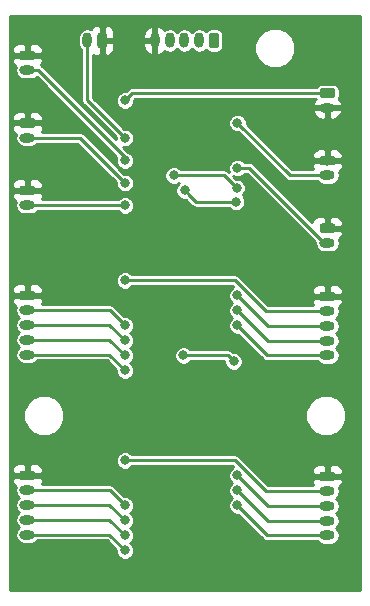
<source format=gbl>
G04 #@! TF.GenerationSoftware,KiCad,Pcbnew,(5.0.2)-1*
G04 #@! TF.CreationDate,2018-12-27T21:36:54-05:00*
G04 #@! TF.ProjectId,WarthoggitClone,57617274-686f-4676-9769-74436c6f6e65,rev?*
G04 #@! TF.SameCoordinates,Original*
G04 #@! TF.FileFunction,Copper,L2,Bot*
G04 #@! TF.FilePolarity,Positive*
%FSLAX46Y46*%
G04 Gerber Fmt 4.6, Leading zero omitted, Abs format (unit mm)*
G04 Created by KiCad (PCBNEW (5.0.2)-1) date 12/27/2018 9:36:54 PM*
%MOMM*%
%LPD*%
G01*
G04 APERTURE LIST*
G04 #@! TA.AperFunction,Conductor*
%ADD10C,0.100000*%
G04 #@! TD*
G04 #@! TA.AperFunction,ComponentPad*
%ADD11C,0.800000*%
G04 #@! TD*
G04 #@! TA.AperFunction,ComponentPad*
%ADD12O,1.300000X0.800000*%
G04 #@! TD*
G04 #@! TA.AperFunction,ComponentPad*
%ADD13O,0.800000X1.300000*%
G04 #@! TD*
G04 #@! TA.AperFunction,ViaPad*
%ADD14C,0.800000*%
G04 #@! TD*
G04 #@! TA.AperFunction,Conductor*
%ADD15C,0.250000*%
G04 #@! TD*
G04 #@! TA.AperFunction,Conductor*
%ADD16C,0.254000*%
G04 #@! TD*
G04 APERTURE END LIST*
D10*
G04 #@! TO.N,GND*
G04 #@! TO.C,J2*
G36*
X128104603Y-52325963D02*
X128124018Y-52328843D01*
X128143057Y-52333612D01*
X128161537Y-52340224D01*
X128179279Y-52348616D01*
X128196114Y-52358706D01*
X128211879Y-52370398D01*
X128226421Y-52383579D01*
X128239602Y-52398121D01*
X128251294Y-52413886D01*
X128261384Y-52430721D01*
X128269776Y-52448463D01*
X128276388Y-52466943D01*
X128281157Y-52485982D01*
X128284037Y-52505397D01*
X128285000Y-52525000D01*
X128285000Y-52925000D01*
X128284037Y-52944603D01*
X128281157Y-52964018D01*
X128276388Y-52983057D01*
X128269776Y-53001537D01*
X128261384Y-53019279D01*
X128251294Y-53036114D01*
X128239602Y-53051879D01*
X128226421Y-53066421D01*
X128211879Y-53079602D01*
X128196114Y-53091294D01*
X128179279Y-53101384D01*
X128161537Y-53109776D01*
X128143057Y-53116388D01*
X128124018Y-53121157D01*
X128104603Y-53124037D01*
X128085000Y-53125000D01*
X127185000Y-53125000D01*
X127165397Y-53124037D01*
X127145982Y-53121157D01*
X127126943Y-53116388D01*
X127108463Y-53109776D01*
X127090721Y-53101384D01*
X127073886Y-53091294D01*
X127058121Y-53079602D01*
X127043579Y-53066421D01*
X127030398Y-53051879D01*
X127018706Y-53036114D01*
X127008616Y-53019279D01*
X127000224Y-53001537D01*
X126993612Y-52983057D01*
X126988843Y-52964018D01*
X126985963Y-52944603D01*
X126985000Y-52925000D01*
X126985000Y-52525000D01*
X126985963Y-52505397D01*
X126988843Y-52485982D01*
X126993612Y-52466943D01*
X127000224Y-52448463D01*
X127008616Y-52430721D01*
X127018706Y-52413886D01*
X127030398Y-52398121D01*
X127043579Y-52383579D01*
X127058121Y-52370398D01*
X127073886Y-52358706D01*
X127090721Y-52348616D01*
X127108463Y-52340224D01*
X127126943Y-52333612D01*
X127145982Y-52328843D01*
X127165397Y-52325963D01*
X127185000Y-52325000D01*
X128085000Y-52325000D01*
X128104603Y-52325963D01*
X128104603Y-52325963D01*
G37*
D11*
G04 #@! TD*
G04 #@! TO.P,J2,1*
G04 #@! TO.N,GND*
X127635000Y-52725000D03*
D12*
G04 #@! TO.P,J2,2*
G04 #@! TO.N,/IN_21*
X127635000Y-53975000D03*
G04 #@! TD*
G04 #@! TO.P,J1,2*
G04 #@! TO.N,/IN_17*
X102235000Y-50780000D03*
D10*
G04 #@! TD*
G04 #@! TO.N,GND*
G04 #@! TO.C,J1*
G36*
X102704603Y-49130963D02*
X102724018Y-49133843D01*
X102743057Y-49138612D01*
X102761537Y-49145224D01*
X102779279Y-49153616D01*
X102796114Y-49163706D01*
X102811879Y-49175398D01*
X102826421Y-49188579D01*
X102839602Y-49203121D01*
X102851294Y-49218886D01*
X102861384Y-49235721D01*
X102869776Y-49253463D01*
X102876388Y-49271943D01*
X102881157Y-49290982D01*
X102884037Y-49310397D01*
X102885000Y-49330000D01*
X102885000Y-49730000D01*
X102884037Y-49749603D01*
X102881157Y-49769018D01*
X102876388Y-49788057D01*
X102869776Y-49806537D01*
X102861384Y-49824279D01*
X102851294Y-49841114D01*
X102839602Y-49856879D01*
X102826421Y-49871421D01*
X102811879Y-49884602D01*
X102796114Y-49896294D01*
X102779279Y-49906384D01*
X102761537Y-49914776D01*
X102743057Y-49921388D01*
X102724018Y-49926157D01*
X102704603Y-49929037D01*
X102685000Y-49930000D01*
X101785000Y-49930000D01*
X101765397Y-49929037D01*
X101745982Y-49926157D01*
X101726943Y-49921388D01*
X101708463Y-49914776D01*
X101690721Y-49906384D01*
X101673886Y-49896294D01*
X101658121Y-49884602D01*
X101643579Y-49871421D01*
X101630398Y-49856879D01*
X101618706Y-49841114D01*
X101608616Y-49824279D01*
X101600224Y-49806537D01*
X101593612Y-49788057D01*
X101588843Y-49769018D01*
X101585963Y-49749603D01*
X101585000Y-49730000D01*
X101585000Y-49330000D01*
X101585963Y-49310397D01*
X101588843Y-49290982D01*
X101593612Y-49271943D01*
X101600224Y-49253463D01*
X101608616Y-49235721D01*
X101618706Y-49218886D01*
X101630398Y-49203121D01*
X101643579Y-49188579D01*
X101658121Y-49175398D01*
X101673886Y-49163706D01*
X101690721Y-49153616D01*
X101708463Y-49145224D01*
X101726943Y-49138612D01*
X101745982Y-49133843D01*
X101765397Y-49130963D01*
X101785000Y-49130000D01*
X102685000Y-49130000D01*
X102704603Y-49130963D01*
X102704603Y-49130963D01*
G37*
D11*
G04 #@! TO.P,J1,1*
G04 #@! TO.N,GND*
X102235000Y-49530000D03*
G04 #@! TD*
D10*
G04 #@! TO.N,GND*
G04 #@! TO.C,J3*
G36*
X102704603Y-43415963D02*
X102724018Y-43418843D01*
X102743057Y-43423612D01*
X102761537Y-43430224D01*
X102779279Y-43438616D01*
X102796114Y-43448706D01*
X102811879Y-43460398D01*
X102826421Y-43473579D01*
X102839602Y-43488121D01*
X102851294Y-43503886D01*
X102861384Y-43520721D01*
X102869776Y-43538463D01*
X102876388Y-43556943D01*
X102881157Y-43575982D01*
X102884037Y-43595397D01*
X102885000Y-43615000D01*
X102885000Y-44015000D01*
X102884037Y-44034603D01*
X102881157Y-44054018D01*
X102876388Y-44073057D01*
X102869776Y-44091537D01*
X102861384Y-44109279D01*
X102851294Y-44126114D01*
X102839602Y-44141879D01*
X102826421Y-44156421D01*
X102811879Y-44169602D01*
X102796114Y-44181294D01*
X102779279Y-44191384D01*
X102761537Y-44199776D01*
X102743057Y-44206388D01*
X102724018Y-44211157D01*
X102704603Y-44214037D01*
X102685000Y-44215000D01*
X101785000Y-44215000D01*
X101765397Y-44214037D01*
X101745982Y-44211157D01*
X101726943Y-44206388D01*
X101708463Y-44199776D01*
X101690721Y-44191384D01*
X101673886Y-44181294D01*
X101658121Y-44169602D01*
X101643579Y-44156421D01*
X101630398Y-44141879D01*
X101618706Y-44126114D01*
X101608616Y-44109279D01*
X101600224Y-44091537D01*
X101593612Y-44073057D01*
X101588843Y-44054018D01*
X101585963Y-44034603D01*
X101585000Y-44015000D01*
X101585000Y-43615000D01*
X101585963Y-43595397D01*
X101588843Y-43575982D01*
X101593612Y-43556943D01*
X101600224Y-43538463D01*
X101608616Y-43520721D01*
X101618706Y-43503886D01*
X101630398Y-43488121D01*
X101643579Y-43473579D01*
X101658121Y-43460398D01*
X101673886Y-43448706D01*
X101690721Y-43438616D01*
X101708463Y-43430224D01*
X101726943Y-43423612D01*
X101745982Y-43418843D01*
X101765397Y-43415963D01*
X101785000Y-43415000D01*
X102685000Y-43415000D01*
X102704603Y-43415963D01*
X102704603Y-43415963D01*
G37*
D11*
G04 #@! TD*
G04 #@! TO.P,J3,1*
G04 #@! TO.N,GND*
X102235000Y-43815000D03*
D12*
G04 #@! TO.P,J3,2*
G04 #@! TO.N,/IN_18*
X102235000Y-45065000D03*
G04 #@! TD*
G04 #@! TO.P,J5,2*
G04 #@! TO.N,/IN_23*
X127635000Y-48260000D03*
D10*
G04 #@! TD*
G04 #@! TO.N,GND*
G04 #@! TO.C,J5*
G36*
X128104603Y-46610963D02*
X128124018Y-46613843D01*
X128143057Y-46618612D01*
X128161537Y-46625224D01*
X128179279Y-46633616D01*
X128196114Y-46643706D01*
X128211879Y-46655398D01*
X128226421Y-46668579D01*
X128239602Y-46683121D01*
X128251294Y-46698886D01*
X128261384Y-46715721D01*
X128269776Y-46733463D01*
X128276388Y-46751943D01*
X128281157Y-46770982D01*
X128284037Y-46790397D01*
X128285000Y-46810000D01*
X128285000Y-47210000D01*
X128284037Y-47229603D01*
X128281157Y-47249018D01*
X128276388Y-47268057D01*
X128269776Y-47286537D01*
X128261384Y-47304279D01*
X128251294Y-47321114D01*
X128239602Y-47336879D01*
X128226421Y-47351421D01*
X128211879Y-47364602D01*
X128196114Y-47376294D01*
X128179279Y-47386384D01*
X128161537Y-47394776D01*
X128143057Y-47401388D01*
X128124018Y-47406157D01*
X128104603Y-47409037D01*
X128085000Y-47410000D01*
X127185000Y-47410000D01*
X127165397Y-47409037D01*
X127145982Y-47406157D01*
X127126943Y-47401388D01*
X127108463Y-47394776D01*
X127090721Y-47386384D01*
X127073886Y-47376294D01*
X127058121Y-47364602D01*
X127043579Y-47351421D01*
X127030398Y-47336879D01*
X127018706Y-47321114D01*
X127008616Y-47304279D01*
X127000224Y-47286537D01*
X126993612Y-47268057D01*
X126988843Y-47249018D01*
X126985963Y-47229603D01*
X126985000Y-47210000D01*
X126985000Y-46810000D01*
X126985963Y-46790397D01*
X126988843Y-46770982D01*
X126993612Y-46751943D01*
X127000224Y-46733463D01*
X127008616Y-46715721D01*
X127018706Y-46698886D01*
X127030398Y-46683121D01*
X127043579Y-46668579D01*
X127058121Y-46655398D01*
X127073886Y-46643706D01*
X127090721Y-46633616D01*
X127108463Y-46625224D01*
X127126943Y-46618612D01*
X127145982Y-46613843D01*
X127165397Y-46610963D01*
X127185000Y-46610000D01*
X128085000Y-46610000D01*
X128104603Y-46610963D01*
X128104603Y-46610963D01*
G37*
D11*
G04 #@! TO.P,J5,1*
G04 #@! TO.N,GND*
X127635000Y-47010000D03*
G04 #@! TD*
D10*
G04 #@! TO.N,/IN_24*
G04 #@! TO.C,J6*
G36*
X128104603Y-40875963D02*
X128124018Y-40878843D01*
X128143057Y-40883612D01*
X128161537Y-40890224D01*
X128179279Y-40898616D01*
X128196114Y-40908706D01*
X128211879Y-40920398D01*
X128226421Y-40933579D01*
X128239602Y-40948121D01*
X128251294Y-40963886D01*
X128261384Y-40980721D01*
X128269776Y-40998463D01*
X128276388Y-41016943D01*
X128281157Y-41035982D01*
X128284037Y-41055397D01*
X128285000Y-41075000D01*
X128285000Y-41475000D01*
X128284037Y-41494603D01*
X128281157Y-41514018D01*
X128276388Y-41533057D01*
X128269776Y-41551537D01*
X128261384Y-41569279D01*
X128251294Y-41586114D01*
X128239602Y-41601879D01*
X128226421Y-41616421D01*
X128211879Y-41629602D01*
X128196114Y-41641294D01*
X128179279Y-41651384D01*
X128161537Y-41659776D01*
X128143057Y-41666388D01*
X128124018Y-41671157D01*
X128104603Y-41674037D01*
X128085000Y-41675000D01*
X127185000Y-41675000D01*
X127165397Y-41674037D01*
X127145982Y-41671157D01*
X127126943Y-41666388D01*
X127108463Y-41659776D01*
X127090721Y-41651384D01*
X127073886Y-41641294D01*
X127058121Y-41629602D01*
X127043579Y-41616421D01*
X127030398Y-41601879D01*
X127018706Y-41586114D01*
X127008616Y-41569279D01*
X127000224Y-41551537D01*
X126993612Y-41533057D01*
X126988843Y-41514018D01*
X126985963Y-41494603D01*
X126985000Y-41475000D01*
X126985000Y-41075000D01*
X126985963Y-41055397D01*
X126988843Y-41035982D01*
X126993612Y-41016943D01*
X127000224Y-40998463D01*
X127008616Y-40980721D01*
X127018706Y-40963886D01*
X127030398Y-40948121D01*
X127043579Y-40933579D01*
X127058121Y-40920398D01*
X127073886Y-40908706D01*
X127090721Y-40898616D01*
X127108463Y-40890224D01*
X127126943Y-40883612D01*
X127145982Y-40878843D01*
X127165397Y-40875963D01*
X127185000Y-40875000D01*
X128085000Y-40875000D01*
X128104603Y-40875963D01*
X128104603Y-40875963D01*
G37*
D11*
G04 #@! TD*
G04 #@! TO.P,J6,1*
G04 #@! TO.N,/IN_24*
X127635000Y-41275000D03*
D12*
G04 #@! TO.P,J6,2*
G04 #@! TO.N,GND*
X127635000Y-42525000D03*
G04 #@! TD*
G04 #@! TO.P,J4,2*
G04 #@! TO.N,/IN_19*
X102235000Y-39350000D03*
D10*
G04 #@! TD*
G04 #@! TO.N,GND*
G04 #@! TO.C,J4*
G36*
X102704603Y-37700963D02*
X102724018Y-37703843D01*
X102743057Y-37708612D01*
X102761537Y-37715224D01*
X102779279Y-37723616D01*
X102796114Y-37733706D01*
X102811879Y-37745398D01*
X102826421Y-37758579D01*
X102839602Y-37773121D01*
X102851294Y-37788886D01*
X102861384Y-37805721D01*
X102869776Y-37823463D01*
X102876388Y-37841943D01*
X102881157Y-37860982D01*
X102884037Y-37880397D01*
X102885000Y-37900000D01*
X102885000Y-38300000D01*
X102884037Y-38319603D01*
X102881157Y-38339018D01*
X102876388Y-38358057D01*
X102869776Y-38376537D01*
X102861384Y-38394279D01*
X102851294Y-38411114D01*
X102839602Y-38426879D01*
X102826421Y-38441421D01*
X102811879Y-38454602D01*
X102796114Y-38466294D01*
X102779279Y-38476384D01*
X102761537Y-38484776D01*
X102743057Y-38491388D01*
X102724018Y-38496157D01*
X102704603Y-38499037D01*
X102685000Y-38500000D01*
X101785000Y-38500000D01*
X101765397Y-38499037D01*
X101745982Y-38496157D01*
X101726943Y-38491388D01*
X101708463Y-38484776D01*
X101690721Y-38476384D01*
X101673886Y-38466294D01*
X101658121Y-38454602D01*
X101643579Y-38441421D01*
X101630398Y-38426879D01*
X101618706Y-38411114D01*
X101608616Y-38394279D01*
X101600224Y-38376537D01*
X101593612Y-38358057D01*
X101588843Y-38339018D01*
X101585963Y-38319603D01*
X101585000Y-38300000D01*
X101585000Y-37900000D01*
X101585963Y-37880397D01*
X101588843Y-37860982D01*
X101593612Y-37841943D01*
X101600224Y-37823463D01*
X101608616Y-37805721D01*
X101618706Y-37788886D01*
X101630398Y-37773121D01*
X101643579Y-37758579D01*
X101658121Y-37745398D01*
X101673886Y-37733706D01*
X101690721Y-37723616D01*
X101708463Y-37715224D01*
X101726943Y-37708612D01*
X101745982Y-37703843D01*
X101765397Y-37700963D01*
X101785000Y-37700000D01*
X102685000Y-37700000D01*
X102704603Y-37700963D01*
X102704603Y-37700963D01*
G37*
D11*
G04 #@! TO.P,J4,1*
G04 #@! TO.N,GND*
X102235000Y-38100000D03*
G04 #@! TD*
D10*
G04 #@! TO.N,GND*
G04 #@! TO.C,J7*
G36*
X108784603Y-36180963D02*
X108804018Y-36183843D01*
X108823057Y-36188612D01*
X108841537Y-36195224D01*
X108859279Y-36203616D01*
X108876114Y-36213706D01*
X108891879Y-36225398D01*
X108906421Y-36238579D01*
X108919602Y-36253121D01*
X108931294Y-36268886D01*
X108941384Y-36285721D01*
X108949776Y-36303463D01*
X108956388Y-36321943D01*
X108961157Y-36340982D01*
X108964037Y-36360397D01*
X108965000Y-36380000D01*
X108965000Y-37280000D01*
X108964037Y-37299603D01*
X108961157Y-37319018D01*
X108956388Y-37338057D01*
X108949776Y-37356537D01*
X108941384Y-37374279D01*
X108931294Y-37391114D01*
X108919602Y-37406879D01*
X108906421Y-37421421D01*
X108891879Y-37434602D01*
X108876114Y-37446294D01*
X108859279Y-37456384D01*
X108841537Y-37464776D01*
X108823057Y-37471388D01*
X108804018Y-37476157D01*
X108784603Y-37479037D01*
X108765000Y-37480000D01*
X108365000Y-37480000D01*
X108345397Y-37479037D01*
X108325982Y-37476157D01*
X108306943Y-37471388D01*
X108288463Y-37464776D01*
X108270721Y-37456384D01*
X108253886Y-37446294D01*
X108238121Y-37434602D01*
X108223579Y-37421421D01*
X108210398Y-37406879D01*
X108198706Y-37391114D01*
X108188616Y-37374279D01*
X108180224Y-37356537D01*
X108173612Y-37338057D01*
X108168843Y-37319018D01*
X108165963Y-37299603D01*
X108165000Y-37280000D01*
X108165000Y-36380000D01*
X108165963Y-36360397D01*
X108168843Y-36340982D01*
X108173612Y-36321943D01*
X108180224Y-36303463D01*
X108188616Y-36285721D01*
X108198706Y-36268886D01*
X108210398Y-36253121D01*
X108223579Y-36238579D01*
X108238121Y-36225398D01*
X108253886Y-36213706D01*
X108270721Y-36203616D01*
X108288463Y-36195224D01*
X108306943Y-36188612D01*
X108325982Y-36183843D01*
X108345397Y-36180963D01*
X108365000Y-36180000D01*
X108765000Y-36180000D01*
X108784603Y-36180963D01*
X108784603Y-36180963D01*
G37*
D11*
G04 #@! TD*
G04 #@! TO.P,J7,1*
G04 #@! TO.N,GND*
X108565000Y-36830000D03*
D13*
G04 #@! TO.P,J7,2*
G04 #@! TO.N,/IN_20*
X107315000Y-36830000D03*
G04 #@! TD*
D12*
G04 #@! TO.P,J11,5*
G04 #@! TO.N,/IN_9*
X102235000Y-63420000D03*
G04 #@! TO.P,J11,4*
G04 #@! TO.N,/IN_10*
X102235000Y-62170000D03*
G04 #@! TO.P,J11,3*
G04 #@! TO.N,/IN_11*
X102235000Y-60920000D03*
G04 #@! TO.P,J11,2*
G04 #@! TO.N,/IN_12*
X102235000Y-59670000D03*
D10*
G04 #@! TD*
G04 #@! TO.N,GND*
G04 #@! TO.C,J11*
G36*
X102704603Y-58020963D02*
X102724018Y-58023843D01*
X102743057Y-58028612D01*
X102761537Y-58035224D01*
X102779279Y-58043616D01*
X102796114Y-58053706D01*
X102811879Y-58065398D01*
X102826421Y-58078579D01*
X102839602Y-58093121D01*
X102851294Y-58108886D01*
X102861384Y-58125721D01*
X102869776Y-58143463D01*
X102876388Y-58161943D01*
X102881157Y-58180982D01*
X102884037Y-58200397D01*
X102885000Y-58220000D01*
X102885000Y-58620000D01*
X102884037Y-58639603D01*
X102881157Y-58659018D01*
X102876388Y-58678057D01*
X102869776Y-58696537D01*
X102861384Y-58714279D01*
X102851294Y-58731114D01*
X102839602Y-58746879D01*
X102826421Y-58761421D01*
X102811879Y-58774602D01*
X102796114Y-58786294D01*
X102779279Y-58796384D01*
X102761537Y-58804776D01*
X102743057Y-58811388D01*
X102724018Y-58816157D01*
X102704603Y-58819037D01*
X102685000Y-58820000D01*
X101785000Y-58820000D01*
X101765397Y-58819037D01*
X101745982Y-58816157D01*
X101726943Y-58811388D01*
X101708463Y-58804776D01*
X101690721Y-58796384D01*
X101673886Y-58786294D01*
X101658121Y-58774602D01*
X101643579Y-58761421D01*
X101630398Y-58746879D01*
X101618706Y-58731114D01*
X101608616Y-58714279D01*
X101600224Y-58696537D01*
X101593612Y-58678057D01*
X101588843Y-58659018D01*
X101585963Y-58639603D01*
X101585000Y-58620000D01*
X101585000Y-58220000D01*
X101585963Y-58200397D01*
X101588843Y-58180982D01*
X101593612Y-58161943D01*
X101600224Y-58143463D01*
X101608616Y-58125721D01*
X101618706Y-58108886D01*
X101630398Y-58093121D01*
X101643579Y-58078579D01*
X101658121Y-58065398D01*
X101673886Y-58053706D01*
X101690721Y-58043616D01*
X101708463Y-58035224D01*
X101726943Y-58028612D01*
X101745982Y-58023843D01*
X101765397Y-58020963D01*
X101785000Y-58020000D01*
X102685000Y-58020000D01*
X102704603Y-58020963D01*
X102704603Y-58020963D01*
G37*
D11*
G04 #@! TO.P,J11,1*
G04 #@! TO.N,GND*
X102235000Y-58420000D03*
G04 #@! TD*
D10*
G04 #@! TO.N,GND*
G04 #@! TO.C,J12*
G36*
X128104603Y-58100963D02*
X128124018Y-58103843D01*
X128143057Y-58108612D01*
X128161537Y-58115224D01*
X128179279Y-58123616D01*
X128196114Y-58133706D01*
X128211879Y-58145398D01*
X128226421Y-58158579D01*
X128239602Y-58173121D01*
X128251294Y-58188886D01*
X128261384Y-58205721D01*
X128269776Y-58223463D01*
X128276388Y-58241943D01*
X128281157Y-58260982D01*
X128284037Y-58280397D01*
X128285000Y-58300000D01*
X128285000Y-58700000D01*
X128284037Y-58719603D01*
X128281157Y-58739018D01*
X128276388Y-58758057D01*
X128269776Y-58776537D01*
X128261384Y-58794279D01*
X128251294Y-58811114D01*
X128239602Y-58826879D01*
X128226421Y-58841421D01*
X128211879Y-58854602D01*
X128196114Y-58866294D01*
X128179279Y-58876384D01*
X128161537Y-58884776D01*
X128143057Y-58891388D01*
X128124018Y-58896157D01*
X128104603Y-58899037D01*
X128085000Y-58900000D01*
X127185000Y-58900000D01*
X127165397Y-58899037D01*
X127145982Y-58896157D01*
X127126943Y-58891388D01*
X127108463Y-58884776D01*
X127090721Y-58876384D01*
X127073886Y-58866294D01*
X127058121Y-58854602D01*
X127043579Y-58841421D01*
X127030398Y-58826879D01*
X127018706Y-58811114D01*
X127008616Y-58794279D01*
X127000224Y-58776537D01*
X126993612Y-58758057D01*
X126988843Y-58739018D01*
X126985963Y-58719603D01*
X126985000Y-58700000D01*
X126985000Y-58300000D01*
X126985963Y-58280397D01*
X126988843Y-58260982D01*
X126993612Y-58241943D01*
X127000224Y-58223463D01*
X127008616Y-58205721D01*
X127018706Y-58188886D01*
X127030398Y-58173121D01*
X127043579Y-58158579D01*
X127058121Y-58145398D01*
X127073886Y-58133706D01*
X127090721Y-58123616D01*
X127108463Y-58115224D01*
X127126943Y-58108612D01*
X127145982Y-58103843D01*
X127165397Y-58100963D01*
X127185000Y-58100000D01*
X128085000Y-58100000D01*
X128104603Y-58100963D01*
X128104603Y-58100963D01*
G37*
D11*
G04 #@! TD*
G04 #@! TO.P,J12,1*
G04 #@! TO.N,GND*
X127635000Y-58500000D03*
D12*
G04 #@! TO.P,J12,2*
G04 #@! TO.N,/IN_16*
X127635000Y-59750000D03*
G04 #@! TO.P,J12,3*
G04 #@! TO.N,/IN_15*
X127635000Y-61000000D03*
G04 #@! TO.P,J12,4*
G04 #@! TO.N,/IN_14*
X127635000Y-62250000D03*
G04 #@! TO.P,J12,5*
G04 #@! TO.N,/IN_13*
X127635000Y-63500000D03*
G04 #@! TD*
D13*
G04 #@! TO.P,J8,5*
G04 #@! TO.N,GND*
X113030000Y-36830000D03*
G04 #@! TO.P,J8,4*
G04 #@! TO.N,/SPI_MISO*
X114280000Y-36830000D03*
G04 #@! TO.P,J8,3*
G04 #@! TO.N,/SPI_CLK*
X115530000Y-36830000D03*
G04 #@! TO.P,J8,2*
G04 #@! TO.N,/SPI_CS*
X116780000Y-36830000D03*
D10*
G04 #@! TD*
G04 #@! TO.N,+5V*
G04 #@! TO.C,J8*
G36*
X118249603Y-36180963D02*
X118269018Y-36183843D01*
X118288057Y-36188612D01*
X118306537Y-36195224D01*
X118324279Y-36203616D01*
X118341114Y-36213706D01*
X118356879Y-36225398D01*
X118371421Y-36238579D01*
X118384602Y-36253121D01*
X118396294Y-36268886D01*
X118406384Y-36285721D01*
X118414776Y-36303463D01*
X118421388Y-36321943D01*
X118426157Y-36340982D01*
X118429037Y-36360397D01*
X118430000Y-36380000D01*
X118430000Y-37280000D01*
X118429037Y-37299603D01*
X118426157Y-37319018D01*
X118421388Y-37338057D01*
X118414776Y-37356537D01*
X118406384Y-37374279D01*
X118396294Y-37391114D01*
X118384602Y-37406879D01*
X118371421Y-37421421D01*
X118356879Y-37434602D01*
X118341114Y-37446294D01*
X118324279Y-37456384D01*
X118306537Y-37464776D01*
X118288057Y-37471388D01*
X118269018Y-37476157D01*
X118249603Y-37479037D01*
X118230000Y-37480000D01*
X117830000Y-37480000D01*
X117810397Y-37479037D01*
X117790982Y-37476157D01*
X117771943Y-37471388D01*
X117753463Y-37464776D01*
X117735721Y-37456384D01*
X117718886Y-37446294D01*
X117703121Y-37434602D01*
X117688579Y-37421421D01*
X117675398Y-37406879D01*
X117663706Y-37391114D01*
X117653616Y-37374279D01*
X117645224Y-37356537D01*
X117638612Y-37338057D01*
X117633843Y-37319018D01*
X117630963Y-37299603D01*
X117630000Y-37280000D01*
X117630000Y-36380000D01*
X117630963Y-36360397D01*
X117633843Y-36340982D01*
X117638612Y-36321943D01*
X117645224Y-36303463D01*
X117653616Y-36285721D01*
X117663706Y-36268886D01*
X117675398Y-36253121D01*
X117688579Y-36238579D01*
X117703121Y-36225398D01*
X117718886Y-36213706D01*
X117735721Y-36203616D01*
X117753463Y-36195224D01*
X117771943Y-36188612D01*
X117790982Y-36183843D01*
X117810397Y-36180963D01*
X117830000Y-36180000D01*
X118230000Y-36180000D01*
X118249603Y-36180963D01*
X118249603Y-36180963D01*
G37*
D11*
G04 #@! TO.P,J8,1*
G04 #@! TO.N,+5V*
X118030000Y-36830000D03*
G04 #@! TD*
D10*
G04 #@! TO.N,GND*
G04 #@! TO.C,J9*
G36*
X102704603Y-73260963D02*
X102724018Y-73263843D01*
X102743057Y-73268612D01*
X102761537Y-73275224D01*
X102779279Y-73283616D01*
X102796114Y-73293706D01*
X102811879Y-73305398D01*
X102826421Y-73318579D01*
X102839602Y-73333121D01*
X102851294Y-73348886D01*
X102861384Y-73365721D01*
X102869776Y-73383463D01*
X102876388Y-73401943D01*
X102881157Y-73420982D01*
X102884037Y-73440397D01*
X102885000Y-73460000D01*
X102885000Y-73860000D01*
X102884037Y-73879603D01*
X102881157Y-73899018D01*
X102876388Y-73918057D01*
X102869776Y-73936537D01*
X102861384Y-73954279D01*
X102851294Y-73971114D01*
X102839602Y-73986879D01*
X102826421Y-74001421D01*
X102811879Y-74014602D01*
X102796114Y-74026294D01*
X102779279Y-74036384D01*
X102761537Y-74044776D01*
X102743057Y-74051388D01*
X102724018Y-74056157D01*
X102704603Y-74059037D01*
X102685000Y-74060000D01*
X101785000Y-74060000D01*
X101765397Y-74059037D01*
X101745982Y-74056157D01*
X101726943Y-74051388D01*
X101708463Y-74044776D01*
X101690721Y-74036384D01*
X101673886Y-74026294D01*
X101658121Y-74014602D01*
X101643579Y-74001421D01*
X101630398Y-73986879D01*
X101618706Y-73971114D01*
X101608616Y-73954279D01*
X101600224Y-73936537D01*
X101593612Y-73918057D01*
X101588843Y-73899018D01*
X101585963Y-73879603D01*
X101585000Y-73860000D01*
X101585000Y-73460000D01*
X101585963Y-73440397D01*
X101588843Y-73420982D01*
X101593612Y-73401943D01*
X101600224Y-73383463D01*
X101608616Y-73365721D01*
X101618706Y-73348886D01*
X101630398Y-73333121D01*
X101643579Y-73318579D01*
X101658121Y-73305398D01*
X101673886Y-73293706D01*
X101690721Y-73283616D01*
X101708463Y-73275224D01*
X101726943Y-73268612D01*
X101745982Y-73263843D01*
X101765397Y-73260963D01*
X101785000Y-73260000D01*
X102685000Y-73260000D01*
X102704603Y-73260963D01*
X102704603Y-73260963D01*
G37*
D11*
G04 #@! TD*
G04 #@! TO.P,J9,1*
G04 #@! TO.N,GND*
X102235000Y-73660000D03*
D12*
G04 #@! TO.P,J9,2*
G04 #@! TO.N,/IN_4*
X102235000Y-74910000D03*
G04 #@! TO.P,J9,3*
G04 #@! TO.N,/IN_3*
X102235000Y-76160000D03*
G04 #@! TO.P,J9,4*
G04 #@! TO.N,/IN_2*
X102235000Y-77410000D03*
G04 #@! TO.P,J9,5*
G04 #@! TO.N,/IN_1*
X102235000Y-78660000D03*
G04 #@! TD*
G04 #@! TO.P,J10,5*
G04 #@! TO.N,/IN_5*
X127635000Y-78740000D03*
G04 #@! TO.P,J10,4*
G04 #@! TO.N,/IN_6*
X127635000Y-77490000D03*
G04 #@! TO.P,J10,3*
G04 #@! TO.N,/IN_7*
X127635000Y-76240000D03*
G04 #@! TO.P,J10,2*
G04 #@! TO.N,/IN_8*
X127635000Y-74990000D03*
D10*
G04 #@! TD*
G04 #@! TO.N,GND*
G04 #@! TO.C,J10*
G36*
X128104603Y-73340963D02*
X128124018Y-73343843D01*
X128143057Y-73348612D01*
X128161537Y-73355224D01*
X128179279Y-73363616D01*
X128196114Y-73373706D01*
X128211879Y-73385398D01*
X128226421Y-73398579D01*
X128239602Y-73413121D01*
X128251294Y-73428886D01*
X128261384Y-73445721D01*
X128269776Y-73463463D01*
X128276388Y-73481943D01*
X128281157Y-73500982D01*
X128284037Y-73520397D01*
X128285000Y-73540000D01*
X128285000Y-73940000D01*
X128284037Y-73959603D01*
X128281157Y-73979018D01*
X128276388Y-73998057D01*
X128269776Y-74016537D01*
X128261384Y-74034279D01*
X128251294Y-74051114D01*
X128239602Y-74066879D01*
X128226421Y-74081421D01*
X128211879Y-74094602D01*
X128196114Y-74106294D01*
X128179279Y-74116384D01*
X128161537Y-74124776D01*
X128143057Y-74131388D01*
X128124018Y-74136157D01*
X128104603Y-74139037D01*
X128085000Y-74140000D01*
X127185000Y-74140000D01*
X127165397Y-74139037D01*
X127145982Y-74136157D01*
X127126943Y-74131388D01*
X127108463Y-74124776D01*
X127090721Y-74116384D01*
X127073886Y-74106294D01*
X127058121Y-74094602D01*
X127043579Y-74081421D01*
X127030398Y-74066879D01*
X127018706Y-74051114D01*
X127008616Y-74034279D01*
X127000224Y-74016537D01*
X126993612Y-73998057D01*
X126988843Y-73979018D01*
X126985963Y-73959603D01*
X126985000Y-73940000D01*
X126985000Y-73540000D01*
X126985963Y-73520397D01*
X126988843Y-73500982D01*
X126993612Y-73481943D01*
X127000224Y-73463463D01*
X127008616Y-73445721D01*
X127018706Y-73428886D01*
X127030398Y-73413121D01*
X127043579Y-73398579D01*
X127058121Y-73385398D01*
X127073886Y-73373706D01*
X127090721Y-73363616D01*
X127108463Y-73355224D01*
X127126943Y-73348612D01*
X127145982Y-73343843D01*
X127165397Y-73340963D01*
X127185000Y-73340000D01*
X128085000Y-73340000D01*
X128104603Y-73340963D01*
X128104603Y-73340963D01*
G37*
D11*
G04 #@! TO.P,J10,1*
G04 #@! TO.N,GND*
X127635000Y-73740000D03*
G04 #@! TD*
D14*
G04 #@! TO.N,GND*
X110490000Y-81280000D03*
X110490000Y-66040000D03*
X125603000Y-64770000D03*
X125603000Y-57150000D03*
X125476000Y-72390000D03*
X125476000Y-80010000D03*
X125603000Y-49530000D03*
X110490000Y-52070000D03*
X125666500Y-42862500D03*
X105410000Y-43180000D03*
X105473500Y-58420000D03*
X105537000Y-73660000D03*
G04 #@! TO.N,/IN_17*
X110490000Y-50800000D03*
G04 #@! TO.N,/IN_18*
X110490000Y-48895000D03*
G04 #@! TO.N,/IN_19*
X110490000Y-46990000D03*
G04 #@! TO.N,/IN_20*
X110490000Y-45085000D03*
G04 #@! TO.N,/IN_21*
X120015000Y-47625000D03*
G04 #@! TO.N,/IN_23*
X120015000Y-43815000D03*
G04 #@! TO.N,/IN_24*
X110490000Y-41910000D03*
G04 #@! TO.N,/SPI_CLK*
X119888000Y-50482500D03*
X115544978Y-49530000D03*
G04 #@! TO.N,/IN_1*
X110490000Y-80010000D03*
G04 #@! TO.N,/IN_2*
X110490000Y-78740000D03*
G04 #@! TO.N,/IN_3*
X110490000Y-77470000D03*
G04 #@! TO.N,/IN_4*
X110490000Y-76200000D03*
G04 #@! TO.N,/IN_8*
X110490000Y-72390000D03*
G04 #@! TO.N,/IN_7*
X120015000Y-73660000D03*
G04 #@! TO.N,/IN_6*
X120015000Y-74930000D03*
G04 #@! TO.N,/IN_5*
X120015000Y-76200000D03*
G04 #@! TO.N,/IN_9*
X110490000Y-64770000D03*
G04 #@! TO.N,/IN_10*
X110490000Y-63500000D03*
G04 #@! TO.N,/IN_11*
X110490000Y-62230000D03*
G04 #@! TO.N,/IN_12*
X110490000Y-60960000D03*
G04 #@! TO.N,/IN_16*
X110490000Y-57150000D03*
G04 #@! TO.N,/IN_15*
X120015000Y-58420000D03*
G04 #@! TO.N,/IN_14*
X120015000Y-59690000D03*
G04 #@! TO.N,/IN_13*
X120015000Y-60960000D03*
G04 #@! TO.N,/SER_2*
X115443000Y-63500000D03*
X119697500Y-64008000D03*
G04 #@! TO.N,/SER_3*
X114617500Y-48260000D03*
X119951500Y-49339500D03*
G04 #@! TD*
D15*
G04 #@! TO.N,/IN_17*
X110470000Y-50780000D02*
X110490000Y-50800000D01*
X102235000Y-50780000D02*
X110470000Y-50780000D01*
G04 #@! TO.N,/IN_18*
X106680000Y-45085000D02*
X110490000Y-48895000D01*
X102235000Y-45065000D02*
X106680000Y-45085000D01*
G04 #@! TO.N,/IN_19*
X110490000Y-46705000D02*
X110490000Y-46990000D01*
X102235000Y-39350000D02*
X103135000Y-39350000D01*
X103135000Y-39350000D02*
X110490000Y-46705000D01*
G04 #@! TO.N,/IN_20*
X107315000Y-41910000D02*
X110490000Y-45085000D01*
X107315000Y-36830000D02*
X107315000Y-41910000D01*
G04 #@! TO.N,/IN_21*
X121035000Y-47625000D02*
X120015000Y-47625000D01*
X127385000Y-53975000D02*
X121035000Y-47625000D01*
X127635000Y-53975000D02*
X127385000Y-53975000D01*
G04 #@! TO.N,/IN_23*
X124460000Y-48260000D02*
X120015000Y-43815000D01*
X127635000Y-48260000D02*
X124460000Y-48260000D01*
G04 #@! TO.N,/IN_24*
X111125000Y-41275000D02*
X110490000Y-41910000D01*
X127635000Y-41275000D02*
X111125000Y-41275000D01*
G04 #@! TO.N,/SPI_CLK*
X119888000Y-50482500D02*
X116497478Y-50482500D01*
X115944977Y-49929999D02*
X115544978Y-49530000D01*
X116497478Y-50482500D02*
X115944977Y-49929999D01*
G04 #@! TO.N,/IN_1*
X109140000Y-78660000D02*
X110490000Y-80010000D01*
X102235000Y-78660000D02*
X109140000Y-78660000D01*
G04 #@! TO.N,/IN_2*
X109160000Y-77410000D02*
X110490000Y-78740000D01*
X102235000Y-77410000D02*
X109160000Y-77410000D01*
G04 #@! TO.N,/IN_3*
X109180000Y-76160000D02*
X110490000Y-77470000D01*
X102235000Y-76160000D02*
X109180000Y-76160000D01*
G04 #@! TO.N,/IN_4*
X109200000Y-74910000D02*
X110490000Y-76200000D01*
X102235000Y-74910000D02*
X109200000Y-74910000D01*
G04 #@! TO.N,/IN_8*
X119818002Y-72390000D02*
X110490000Y-72390000D01*
X127635000Y-74990000D02*
X122418002Y-74990000D01*
X122418002Y-74990000D02*
X119818002Y-72390000D01*
G04 #@! TO.N,/IN_7*
X127635000Y-76240000D02*
X122595000Y-76240000D01*
X122595000Y-76240000D02*
X120015000Y-73660000D01*
G04 #@! TO.N,/IN_6*
X127635000Y-77490000D02*
X122575000Y-77490000D01*
X122575000Y-77490000D02*
X120015000Y-74930000D01*
G04 #@! TO.N,/IN_5*
X127635000Y-78740000D02*
X122555000Y-78740000D01*
X122555000Y-78740000D02*
X120015000Y-76200000D01*
G04 #@! TO.N,/IN_9*
X109140000Y-63420000D02*
X110490000Y-64770000D01*
X102235000Y-63420000D02*
X109140000Y-63420000D01*
G04 #@! TO.N,/IN_10*
X109160000Y-62170000D02*
X110490000Y-63500000D01*
X102235000Y-62170000D02*
X109160000Y-62170000D01*
G04 #@! TO.N,/IN_11*
X109180000Y-60920000D02*
X110490000Y-62230000D01*
X102235000Y-60920000D02*
X109180000Y-60920000D01*
G04 #@! TO.N,/IN_12*
X109200000Y-59670000D02*
X110490000Y-60960000D01*
X102235000Y-59670000D02*
X109200000Y-59670000D01*
G04 #@! TO.N,/IN_16*
X119818004Y-57150000D02*
X111055685Y-57150000D01*
X111055685Y-57150000D02*
X110490000Y-57150000D01*
X122418004Y-59750000D02*
X119818004Y-57150000D01*
X127635000Y-59750000D02*
X122418004Y-59750000D01*
G04 #@! TO.N,/IN_15*
X127635000Y-61000000D02*
X122595000Y-61000000D01*
X122595000Y-61000000D02*
X120015000Y-58420000D01*
G04 #@! TO.N,/IN_14*
X127635000Y-62250000D02*
X122575000Y-62250000D01*
X122575000Y-62250000D02*
X120015000Y-59690000D01*
G04 #@! TO.N,/IN_13*
X127635000Y-63500000D02*
X122555000Y-63500000D01*
X122555000Y-63500000D02*
X120015000Y-60960000D01*
G04 #@! TO.N,/SER_2*
X115443000Y-63500000D02*
X119189500Y-63500000D01*
X119189500Y-63500000D02*
X119697500Y-64008000D01*
G04 #@! TO.N,/SER_3*
X118872000Y-48260000D02*
X119951500Y-49339500D01*
X114617500Y-48260000D02*
X118872000Y-48260000D01*
G04 #@! TD*
D16*
G04 #@! TO.N,GND*
G36*
X130354001Y-83364000D02*
X100786000Y-83364000D01*
X100786000Y-73945750D01*
X100950000Y-73945750D01*
X100950000Y-74186309D01*
X101046673Y-74419698D01*
X101225301Y-74598327D01*
X101248763Y-74608045D01*
X101188700Y-74910000D01*
X101249315Y-75214731D01*
X101421931Y-75473069D01*
X101514617Y-75535000D01*
X101421931Y-75596931D01*
X101249315Y-75855269D01*
X101188700Y-76160000D01*
X101249315Y-76464731D01*
X101421931Y-76723069D01*
X101514617Y-76785000D01*
X101421931Y-76846931D01*
X101249315Y-77105269D01*
X101188700Y-77410000D01*
X101249315Y-77714731D01*
X101421931Y-77973069D01*
X101514617Y-78035000D01*
X101421931Y-78096931D01*
X101249315Y-78355269D01*
X101188700Y-78660000D01*
X101249315Y-78964731D01*
X101421931Y-79223069D01*
X101680269Y-79395685D01*
X101908082Y-79441000D01*
X102561918Y-79441000D01*
X102789731Y-79395685D01*
X103048069Y-79223069D01*
X103086201Y-79166000D01*
X108930409Y-79166000D01*
X109709000Y-79944592D01*
X109709000Y-80165351D01*
X109827900Y-80452401D01*
X110047599Y-80672100D01*
X110334649Y-80791000D01*
X110645351Y-80791000D01*
X110932401Y-80672100D01*
X111152100Y-80452401D01*
X111271000Y-80165351D01*
X111271000Y-79854649D01*
X111152100Y-79567599D01*
X110959501Y-79375000D01*
X111152100Y-79182401D01*
X111271000Y-78895351D01*
X111271000Y-78584649D01*
X111152100Y-78297599D01*
X110959501Y-78105000D01*
X111152100Y-77912401D01*
X111271000Y-77625351D01*
X111271000Y-77314649D01*
X111152100Y-77027599D01*
X110959501Y-76835000D01*
X111152100Y-76642401D01*
X111271000Y-76355351D01*
X111271000Y-76044649D01*
X111152100Y-75757599D01*
X110932401Y-75537900D01*
X110645351Y-75419000D01*
X110424592Y-75419000D01*
X109593038Y-74587447D01*
X109564806Y-74545194D01*
X109397431Y-74433359D01*
X109249835Y-74404000D01*
X109249834Y-74404000D01*
X109200000Y-74394087D01*
X109150166Y-74404000D01*
X103429829Y-74404000D01*
X103520000Y-74186309D01*
X103520000Y-73945750D01*
X103361250Y-73787000D01*
X102362000Y-73787000D01*
X102362000Y-73807000D01*
X102108000Y-73807000D01*
X102108000Y-73787000D01*
X101108750Y-73787000D01*
X100950000Y-73945750D01*
X100786000Y-73945750D01*
X100786000Y-73133691D01*
X100950000Y-73133691D01*
X100950000Y-73374250D01*
X101108750Y-73533000D01*
X102108000Y-73533000D01*
X102108000Y-72783750D01*
X102362000Y-72783750D01*
X102362000Y-73533000D01*
X103361250Y-73533000D01*
X103520000Y-73374250D01*
X103520000Y-73133691D01*
X103423327Y-72900302D01*
X103244699Y-72721673D01*
X103011310Y-72625000D01*
X102520750Y-72625000D01*
X102362000Y-72783750D01*
X102108000Y-72783750D01*
X101949250Y-72625000D01*
X101458690Y-72625000D01*
X101225301Y-72721673D01*
X101046673Y-72900302D01*
X100950000Y-73133691D01*
X100786000Y-73133691D01*
X100786000Y-72234649D01*
X109709000Y-72234649D01*
X109709000Y-72545351D01*
X109827900Y-72832401D01*
X110047599Y-73052100D01*
X110334649Y-73171000D01*
X110645351Y-73171000D01*
X110932401Y-73052100D01*
X111088501Y-72896000D01*
X119608411Y-72896000D01*
X119669976Y-72957565D01*
X119572599Y-72997900D01*
X119352900Y-73217599D01*
X119234000Y-73504649D01*
X119234000Y-73815351D01*
X119352900Y-74102401D01*
X119545499Y-74295000D01*
X119352900Y-74487599D01*
X119234000Y-74774649D01*
X119234000Y-75085351D01*
X119352900Y-75372401D01*
X119545499Y-75565000D01*
X119352900Y-75757599D01*
X119234000Y-76044649D01*
X119234000Y-76355351D01*
X119352900Y-76642401D01*
X119572599Y-76862100D01*
X119859649Y-76981000D01*
X120080409Y-76981000D01*
X122161963Y-79062555D01*
X122190194Y-79104806D01*
X122357569Y-79216641D01*
X122505165Y-79246000D01*
X122554999Y-79255913D01*
X122604833Y-79246000D01*
X126783799Y-79246000D01*
X126821931Y-79303069D01*
X127080269Y-79475685D01*
X127308082Y-79521000D01*
X127961918Y-79521000D01*
X128189731Y-79475685D01*
X128448069Y-79303069D01*
X128620685Y-79044731D01*
X128681300Y-78740000D01*
X128620685Y-78435269D01*
X128448069Y-78176931D01*
X128355383Y-78115000D01*
X128448069Y-78053069D01*
X128620685Y-77794731D01*
X128681300Y-77490000D01*
X128620685Y-77185269D01*
X128448069Y-76926931D01*
X128355383Y-76865000D01*
X128448069Y-76803069D01*
X128620685Y-76544731D01*
X128681300Y-76240000D01*
X128620685Y-75935269D01*
X128448069Y-75676931D01*
X128355383Y-75615000D01*
X128448069Y-75553069D01*
X128620685Y-75294731D01*
X128681300Y-74990000D01*
X128621237Y-74688045D01*
X128644699Y-74678327D01*
X128823327Y-74499698D01*
X128920000Y-74266309D01*
X128920000Y-74025750D01*
X128761250Y-73867000D01*
X127762000Y-73867000D01*
X127762000Y-73887000D01*
X127508000Y-73887000D01*
X127508000Y-73867000D01*
X126508750Y-73867000D01*
X126350000Y-74025750D01*
X126350000Y-74266309D01*
X126440171Y-74484000D01*
X122627594Y-74484000D01*
X121357285Y-73213691D01*
X126350000Y-73213691D01*
X126350000Y-73454250D01*
X126508750Y-73613000D01*
X127508000Y-73613000D01*
X127508000Y-72863750D01*
X127762000Y-72863750D01*
X127762000Y-73613000D01*
X128761250Y-73613000D01*
X128920000Y-73454250D01*
X128920000Y-73213691D01*
X128823327Y-72980302D01*
X128644699Y-72801673D01*
X128411310Y-72705000D01*
X127920750Y-72705000D01*
X127762000Y-72863750D01*
X127508000Y-72863750D01*
X127349250Y-72705000D01*
X126858690Y-72705000D01*
X126625301Y-72801673D01*
X126446673Y-72980302D01*
X126350000Y-73213691D01*
X121357285Y-73213691D01*
X120211041Y-72067448D01*
X120182808Y-72025194D01*
X120015433Y-71913359D01*
X119867837Y-71884000D01*
X119867836Y-71884000D01*
X119818002Y-71874087D01*
X119768168Y-71884000D01*
X111088501Y-71884000D01*
X110932401Y-71727900D01*
X110645351Y-71609000D01*
X110334649Y-71609000D01*
X110047599Y-71727900D01*
X109827900Y-71947599D01*
X109709000Y-72234649D01*
X100786000Y-72234649D01*
X100786000Y-68235683D01*
X101901000Y-68235683D01*
X101901000Y-68924317D01*
X102164529Y-69560533D01*
X102651467Y-70047471D01*
X103287683Y-70311000D01*
X103976317Y-70311000D01*
X104612533Y-70047471D01*
X105099471Y-69560533D01*
X105363000Y-68924317D01*
X105363000Y-68235683D01*
X125777000Y-68235683D01*
X125777000Y-68924317D01*
X126040529Y-69560533D01*
X126527467Y-70047471D01*
X127163683Y-70311000D01*
X127852317Y-70311000D01*
X128488533Y-70047471D01*
X128975471Y-69560533D01*
X129239000Y-68924317D01*
X129239000Y-68235683D01*
X128975471Y-67599467D01*
X128488533Y-67112529D01*
X127852317Y-66849000D01*
X127163683Y-66849000D01*
X126527467Y-67112529D01*
X126040529Y-67599467D01*
X125777000Y-68235683D01*
X105363000Y-68235683D01*
X105099471Y-67599467D01*
X104612533Y-67112529D01*
X103976317Y-66849000D01*
X103287683Y-66849000D01*
X102651467Y-67112529D01*
X102164529Y-67599467D01*
X101901000Y-68235683D01*
X100786000Y-68235683D01*
X100786000Y-58705750D01*
X100950000Y-58705750D01*
X100950000Y-58946309D01*
X101046673Y-59179698D01*
X101225301Y-59358327D01*
X101248763Y-59368045D01*
X101188700Y-59670000D01*
X101249315Y-59974731D01*
X101421931Y-60233069D01*
X101514617Y-60295000D01*
X101421931Y-60356931D01*
X101249315Y-60615269D01*
X101188700Y-60920000D01*
X101249315Y-61224731D01*
X101421931Y-61483069D01*
X101514617Y-61545000D01*
X101421931Y-61606931D01*
X101249315Y-61865269D01*
X101188700Y-62170000D01*
X101249315Y-62474731D01*
X101421931Y-62733069D01*
X101514617Y-62795000D01*
X101421931Y-62856931D01*
X101249315Y-63115269D01*
X101188700Y-63420000D01*
X101249315Y-63724731D01*
X101421931Y-63983069D01*
X101680269Y-64155685D01*
X101908082Y-64201000D01*
X102561918Y-64201000D01*
X102789731Y-64155685D01*
X103048069Y-63983069D01*
X103086201Y-63926000D01*
X108930409Y-63926000D01*
X109709000Y-64704592D01*
X109709000Y-64925351D01*
X109827900Y-65212401D01*
X110047599Y-65432100D01*
X110334649Y-65551000D01*
X110645351Y-65551000D01*
X110932401Y-65432100D01*
X111152100Y-65212401D01*
X111271000Y-64925351D01*
X111271000Y-64614649D01*
X111152100Y-64327599D01*
X110959501Y-64135000D01*
X111152100Y-63942401D01*
X111271000Y-63655351D01*
X111271000Y-63344649D01*
X114662000Y-63344649D01*
X114662000Y-63655351D01*
X114780900Y-63942401D01*
X115000599Y-64162100D01*
X115287649Y-64281000D01*
X115598351Y-64281000D01*
X115885401Y-64162100D01*
X116041501Y-64006000D01*
X118916500Y-64006000D01*
X118916500Y-64163351D01*
X119035400Y-64450401D01*
X119255099Y-64670100D01*
X119542149Y-64789000D01*
X119852851Y-64789000D01*
X120139901Y-64670100D01*
X120359600Y-64450401D01*
X120478500Y-64163351D01*
X120478500Y-63852649D01*
X120359600Y-63565599D01*
X120139901Y-63345900D01*
X119852851Y-63227000D01*
X119632091Y-63227000D01*
X119582538Y-63177447D01*
X119554306Y-63135194D01*
X119386931Y-63023359D01*
X119239335Y-62994000D01*
X119239334Y-62994000D01*
X119189500Y-62984087D01*
X119139666Y-62994000D01*
X116041501Y-62994000D01*
X115885401Y-62837900D01*
X115598351Y-62719000D01*
X115287649Y-62719000D01*
X115000599Y-62837900D01*
X114780900Y-63057599D01*
X114662000Y-63344649D01*
X111271000Y-63344649D01*
X111152100Y-63057599D01*
X110959501Y-62865000D01*
X111152100Y-62672401D01*
X111271000Y-62385351D01*
X111271000Y-62074649D01*
X111152100Y-61787599D01*
X110959501Y-61595000D01*
X111152100Y-61402401D01*
X111271000Y-61115351D01*
X111271000Y-60804649D01*
X111152100Y-60517599D01*
X110932401Y-60297900D01*
X110645351Y-60179000D01*
X110424592Y-60179000D01*
X109593038Y-59347447D01*
X109564806Y-59305194D01*
X109397431Y-59193359D01*
X109249835Y-59164000D01*
X109249834Y-59164000D01*
X109200000Y-59154087D01*
X109150166Y-59164000D01*
X103429829Y-59164000D01*
X103520000Y-58946309D01*
X103520000Y-58705750D01*
X103361250Y-58547000D01*
X102362000Y-58547000D01*
X102362000Y-58567000D01*
X102108000Y-58567000D01*
X102108000Y-58547000D01*
X101108750Y-58547000D01*
X100950000Y-58705750D01*
X100786000Y-58705750D01*
X100786000Y-57893691D01*
X100950000Y-57893691D01*
X100950000Y-58134250D01*
X101108750Y-58293000D01*
X102108000Y-58293000D01*
X102108000Y-57543750D01*
X102362000Y-57543750D01*
X102362000Y-58293000D01*
X103361250Y-58293000D01*
X103520000Y-58134250D01*
X103520000Y-57893691D01*
X103423327Y-57660302D01*
X103244699Y-57481673D01*
X103011310Y-57385000D01*
X102520750Y-57385000D01*
X102362000Y-57543750D01*
X102108000Y-57543750D01*
X101949250Y-57385000D01*
X101458690Y-57385000D01*
X101225301Y-57481673D01*
X101046673Y-57660302D01*
X100950000Y-57893691D01*
X100786000Y-57893691D01*
X100786000Y-56994649D01*
X109709000Y-56994649D01*
X109709000Y-57305351D01*
X109827900Y-57592401D01*
X110047599Y-57812100D01*
X110334649Y-57931000D01*
X110645351Y-57931000D01*
X110932401Y-57812100D01*
X111088501Y-57656000D01*
X119608413Y-57656000D01*
X119669977Y-57717565D01*
X119572599Y-57757900D01*
X119352900Y-57977599D01*
X119234000Y-58264649D01*
X119234000Y-58575351D01*
X119352900Y-58862401D01*
X119545499Y-59055000D01*
X119352900Y-59247599D01*
X119234000Y-59534649D01*
X119234000Y-59845351D01*
X119352900Y-60132401D01*
X119545499Y-60325000D01*
X119352900Y-60517599D01*
X119234000Y-60804649D01*
X119234000Y-61115351D01*
X119352900Y-61402401D01*
X119572599Y-61622100D01*
X119859649Y-61741000D01*
X120080409Y-61741000D01*
X122161963Y-63822555D01*
X122190194Y-63864806D01*
X122357569Y-63976641D01*
X122505165Y-64006000D01*
X122554999Y-64015913D01*
X122604833Y-64006000D01*
X126783799Y-64006000D01*
X126821931Y-64063069D01*
X127080269Y-64235685D01*
X127308082Y-64281000D01*
X127961918Y-64281000D01*
X128189731Y-64235685D01*
X128448069Y-64063069D01*
X128620685Y-63804731D01*
X128681300Y-63500000D01*
X128620685Y-63195269D01*
X128448069Y-62936931D01*
X128355383Y-62875000D01*
X128448069Y-62813069D01*
X128620685Y-62554731D01*
X128681300Y-62250000D01*
X128620685Y-61945269D01*
X128448069Y-61686931D01*
X128355383Y-61625000D01*
X128448069Y-61563069D01*
X128620685Y-61304731D01*
X128681300Y-61000000D01*
X128620685Y-60695269D01*
X128448069Y-60436931D01*
X128355383Y-60375000D01*
X128448069Y-60313069D01*
X128620685Y-60054731D01*
X128681300Y-59750000D01*
X128621237Y-59448045D01*
X128644699Y-59438327D01*
X128823327Y-59259698D01*
X128920000Y-59026309D01*
X128920000Y-58785750D01*
X128761250Y-58627000D01*
X127762000Y-58627000D01*
X127762000Y-58647000D01*
X127508000Y-58647000D01*
X127508000Y-58627000D01*
X126508750Y-58627000D01*
X126350000Y-58785750D01*
X126350000Y-59026309D01*
X126440171Y-59244000D01*
X122627596Y-59244000D01*
X121357287Y-57973691D01*
X126350000Y-57973691D01*
X126350000Y-58214250D01*
X126508750Y-58373000D01*
X127508000Y-58373000D01*
X127508000Y-57623750D01*
X127762000Y-57623750D01*
X127762000Y-58373000D01*
X128761250Y-58373000D01*
X128920000Y-58214250D01*
X128920000Y-57973691D01*
X128823327Y-57740302D01*
X128644699Y-57561673D01*
X128411310Y-57465000D01*
X127920750Y-57465000D01*
X127762000Y-57623750D01*
X127508000Y-57623750D01*
X127349250Y-57465000D01*
X126858690Y-57465000D01*
X126625301Y-57561673D01*
X126446673Y-57740302D01*
X126350000Y-57973691D01*
X121357287Y-57973691D01*
X120211043Y-56827448D01*
X120182810Y-56785194D01*
X120015435Y-56673359D01*
X119867839Y-56644000D01*
X119867838Y-56644000D01*
X119818004Y-56634087D01*
X119768170Y-56644000D01*
X111088501Y-56644000D01*
X110932401Y-56487900D01*
X110645351Y-56369000D01*
X110334649Y-56369000D01*
X110047599Y-56487900D01*
X109827900Y-56707599D01*
X109709000Y-56994649D01*
X100786000Y-56994649D01*
X100786000Y-49815750D01*
X100950000Y-49815750D01*
X100950000Y-50056309D01*
X101046673Y-50289698D01*
X101225301Y-50468327D01*
X101248763Y-50478045D01*
X101188700Y-50780000D01*
X101249315Y-51084731D01*
X101421931Y-51343069D01*
X101680269Y-51515685D01*
X101908082Y-51561000D01*
X102561918Y-51561000D01*
X102789731Y-51515685D01*
X103048069Y-51343069D01*
X103086201Y-51286000D01*
X109871499Y-51286000D01*
X110047599Y-51462100D01*
X110334649Y-51581000D01*
X110645351Y-51581000D01*
X110932401Y-51462100D01*
X111152100Y-51242401D01*
X111271000Y-50955351D01*
X111271000Y-50644649D01*
X111152100Y-50357599D01*
X110932401Y-50137900D01*
X110645351Y-50019000D01*
X110334649Y-50019000D01*
X110047599Y-50137900D01*
X109911499Y-50274000D01*
X103429829Y-50274000D01*
X103520000Y-50056309D01*
X103520000Y-49815750D01*
X103361250Y-49657000D01*
X102362000Y-49657000D01*
X102362000Y-49677000D01*
X102108000Y-49677000D01*
X102108000Y-49657000D01*
X101108750Y-49657000D01*
X100950000Y-49815750D01*
X100786000Y-49815750D01*
X100786000Y-49003691D01*
X100950000Y-49003691D01*
X100950000Y-49244250D01*
X101108750Y-49403000D01*
X102108000Y-49403000D01*
X102108000Y-48653750D01*
X102362000Y-48653750D01*
X102362000Y-49403000D01*
X103361250Y-49403000D01*
X103520000Y-49244250D01*
X103520000Y-49003691D01*
X103423327Y-48770302D01*
X103244699Y-48591673D01*
X103011310Y-48495000D01*
X102520750Y-48495000D01*
X102362000Y-48653750D01*
X102108000Y-48653750D01*
X101949250Y-48495000D01*
X101458690Y-48495000D01*
X101225301Y-48591673D01*
X101046673Y-48770302D01*
X100950000Y-49003691D01*
X100786000Y-49003691D01*
X100786000Y-44100750D01*
X100950000Y-44100750D01*
X100950000Y-44341309D01*
X101046673Y-44574698D01*
X101225301Y-44753327D01*
X101248763Y-44763045D01*
X101188700Y-45065000D01*
X101249315Y-45369731D01*
X101421931Y-45628069D01*
X101680269Y-45800685D01*
X101908082Y-45846000D01*
X102561918Y-45846000D01*
X102789731Y-45800685D01*
X103048069Y-45628069D01*
X103083647Y-45574823D01*
X106469467Y-45590058D01*
X109709000Y-48829592D01*
X109709000Y-49050351D01*
X109827900Y-49337401D01*
X110047599Y-49557100D01*
X110334649Y-49676000D01*
X110645351Y-49676000D01*
X110932401Y-49557100D01*
X111152100Y-49337401D01*
X111271000Y-49050351D01*
X111271000Y-48739649D01*
X111152100Y-48452599D01*
X110932401Y-48232900D01*
X110645351Y-48114000D01*
X110424592Y-48114000D01*
X110415241Y-48104649D01*
X113836500Y-48104649D01*
X113836500Y-48415351D01*
X113955400Y-48702401D01*
X114175099Y-48922100D01*
X114462149Y-49041000D01*
X114772851Y-49041000D01*
X115040228Y-48930249D01*
X114882878Y-49087599D01*
X114763978Y-49374649D01*
X114763978Y-49685351D01*
X114882878Y-49972401D01*
X115102577Y-50192100D01*
X115389627Y-50311000D01*
X115610386Y-50311000D01*
X115622419Y-50323033D01*
X115622422Y-50323035D01*
X116104441Y-50805055D01*
X116132672Y-50847306D01*
X116300047Y-50959141D01*
X116447643Y-50988500D01*
X116497477Y-50998413D01*
X116547311Y-50988500D01*
X119289499Y-50988500D01*
X119445599Y-51144600D01*
X119732649Y-51263500D01*
X120043351Y-51263500D01*
X120330401Y-51144600D01*
X120550100Y-50924901D01*
X120669000Y-50637851D01*
X120669000Y-50327149D01*
X120550100Y-50040099D01*
X120452751Y-49942750D01*
X120613600Y-49781901D01*
X120732500Y-49494851D01*
X120732500Y-49184149D01*
X120613600Y-48897099D01*
X120393901Y-48677400D01*
X120106851Y-48558500D01*
X119886092Y-48558500D01*
X119644456Y-48316864D01*
X119859649Y-48406000D01*
X120170351Y-48406000D01*
X120457401Y-48287100D01*
X120613501Y-48131000D01*
X120825409Y-48131000D01*
X126602090Y-53907682D01*
X126588700Y-53975000D01*
X126649315Y-54279731D01*
X126821931Y-54538069D01*
X127080269Y-54710685D01*
X127308082Y-54756000D01*
X127961918Y-54756000D01*
X128189731Y-54710685D01*
X128448069Y-54538069D01*
X128620685Y-54279731D01*
X128681300Y-53975000D01*
X128621237Y-53673045D01*
X128644699Y-53663327D01*
X128823327Y-53484698D01*
X128920000Y-53251309D01*
X128920000Y-53010750D01*
X128761250Y-52852000D01*
X127762000Y-52852000D01*
X127762000Y-52872000D01*
X127508000Y-52872000D01*
X127508000Y-52852000D01*
X127488000Y-52852000D01*
X127488000Y-52598000D01*
X127508000Y-52598000D01*
X127508000Y-51848750D01*
X127762000Y-51848750D01*
X127762000Y-52598000D01*
X128761250Y-52598000D01*
X128920000Y-52439250D01*
X128920000Y-52198691D01*
X128823327Y-51965302D01*
X128644699Y-51786673D01*
X128411310Y-51690000D01*
X127920750Y-51690000D01*
X127762000Y-51848750D01*
X127508000Y-51848750D01*
X127349250Y-51690000D01*
X126858690Y-51690000D01*
X126625301Y-51786673D01*
X126446673Y-51965302D01*
X126350000Y-52198691D01*
X126350000Y-52224408D01*
X121428039Y-47302448D01*
X121399806Y-47260194D01*
X121232431Y-47148359D01*
X121084835Y-47119000D01*
X121084834Y-47119000D01*
X121035000Y-47109087D01*
X120985166Y-47119000D01*
X120613501Y-47119000D01*
X120457401Y-46962900D01*
X120170351Y-46844000D01*
X119859649Y-46844000D01*
X119572599Y-46962900D01*
X119352900Y-47182599D01*
X119234000Y-47469649D01*
X119234000Y-47780351D01*
X119323136Y-47995545D01*
X119265038Y-47937447D01*
X119236806Y-47895194D01*
X119069431Y-47783359D01*
X118921835Y-47754000D01*
X118921834Y-47754000D01*
X118872000Y-47744087D01*
X118822166Y-47754000D01*
X115216001Y-47754000D01*
X115059901Y-47597900D01*
X114772851Y-47479000D01*
X114462149Y-47479000D01*
X114175099Y-47597900D01*
X113955400Y-47817599D01*
X113836500Y-48104649D01*
X110415241Y-48104649D01*
X107073848Y-44763257D01*
X107046443Y-44721840D01*
X107003369Y-44692778D01*
X107002557Y-44691966D01*
X106962068Y-44664912D01*
X106879573Y-44609253D01*
X106878414Y-44609017D01*
X106877431Y-44608360D01*
X106779764Y-44588932D01*
X106732111Y-44579230D01*
X106730964Y-44579225D01*
X106680000Y-44569087D01*
X106631290Y-44578776D01*
X103427609Y-44564361D01*
X103520000Y-44341309D01*
X103520000Y-44100750D01*
X103361250Y-43942000D01*
X102362000Y-43942000D01*
X102362000Y-43962000D01*
X102108000Y-43962000D01*
X102108000Y-43942000D01*
X101108750Y-43942000D01*
X100950000Y-44100750D01*
X100786000Y-44100750D01*
X100786000Y-43288691D01*
X100950000Y-43288691D01*
X100950000Y-43529250D01*
X101108750Y-43688000D01*
X102108000Y-43688000D01*
X102108000Y-42938750D01*
X102362000Y-42938750D01*
X102362000Y-43688000D01*
X103361250Y-43688000D01*
X103520000Y-43529250D01*
X103520000Y-43288691D01*
X103423327Y-43055302D01*
X103244699Y-42876673D01*
X103011310Y-42780000D01*
X102520750Y-42780000D01*
X102362000Y-42938750D01*
X102108000Y-42938750D01*
X101949250Y-42780000D01*
X101458690Y-42780000D01*
X101225301Y-42876673D01*
X101046673Y-43055302D01*
X100950000Y-43288691D01*
X100786000Y-43288691D01*
X100786000Y-38385750D01*
X100950000Y-38385750D01*
X100950000Y-38626309D01*
X101046673Y-38859698D01*
X101225301Y-39038327D01*
X101248763Y-39048045D01*
X101188700Y-39350000D01*
X101249315Y-39654731D01*
X101421931Y-39913069D01*
X101680269Y-40085685D01*
X101908082Y-40131000D01*
X102561918Y-40131000D01*
X102789731Y-40085685D01*
X103008750Y-39939341D01*
X109766131Y-46696723D01*
X109709000Y-46834649D01*
X109709000Y-47145351D01*
X109827900Y-47432401D01*
X110047599Y-47652100D01*
X110334649Y-47771000D01*
X110645351Y-47771000D01*
X110932401Y-47652100D01*
X111152100Y-47432401D01*
X111271000Y-47145351D01*
X111271000Y-46834649D01*
X111152100Y-46547599D01*
X110932401Y-46327900D01*
X110755017Y-46254425D01*
X110366592Y-45866000D01*
X110645351Y-45866000D01*
X110932401Y-45747100D01*
X111152100Y-45527401D01*
X111271000Y-45240351D01*
X111271000Y-44929649D01*
X111152100Y-44642599D01*
X110932401Y-44422900D01*
X110645351Y-44304000D01*
X110424592Y-44304000D01*
X109780241Y-43659649D01*
X119234000Y-43659649D01*
X119234000Y-43970351D01*
X119352900Y-44257401D01*
X119572599Y-44477100D01*
X119859649Y-44596000D01*
X120080409Y-44596000D01*
X124066963Y-48582555D01*
X124095194Y-48624806D01*
X124262569Y-48736641D01*
X124410165Y-48766000D01*
X124459999Y-48775913D01*
X124509833Y-48766000D01*
X126783799Y-48766000D01*
X126821931Y-48823069D01*
X127080269Y-48995685D01*
X127308082Y-49041000D01*
X127961918Y-49041000D01*
X128189731Y-48995685D01*
X128448069Y-48823069D01*
X128620685Y-48564731D01*
X128681300Y-48260000D01*
X128621237Y-47958045D01*
X128644699Y-47948327D01*
X128823327Y-47769698D01*
X128920000Y-47536309D01*
X128920000Y-47295750D01*
X128761250Y-47137000D01*
X127762000Y-47137000D01*
X127762000Y-47157000D01*
X127508000Y-47157000D01*
X127508000Y-47137000D01*
X126508750Y-47137000D01*
X126350000Y-47295750D01*
X126350000Y-47536309D01*
X126440171Y-47754000D01*
X124669592Y-47754000D01*
X123399283Y-46483691D01*
X126350000Y-46483691D01*
X126350000Y-46724250D01*
X126508750Y-46883000D01*
X127508000Y-46883000D01*
X127508000Y-46133750D01*
X127762000Y-46133750D01*
X127762000Y-46883000D01*
X128761250Y-46883000D01*
X128920000Y-46724250D01*
X128920000Y-46483691D01*
X128823327Y-46250302D01*
X128644699Y-46071673D01*
X128411310Y-45975000D01*
X127920750Y-45975000D01*
X127762000Y-46133750D01*
X127508000Y-46133750D01*
X127349250Y-45975000D01*
X126858690Y-45975000D01*
X126625301Y-46071673D01*
X126446673Y-46250302D01*
X126350000Y-46483691D01*
X123399283Y-46483691D01*
X120796000Y-43880409D01*
X120796000Y-43659649D01*
X120677100Y-43372599D01*
X120457401Y-43152900D01*
X120170351Y-43034000D01*
X119859649Y-43034000D01*
X119572599Y-43152900D01*
X119352900Y-43372599D01*
X119234000Y-43659649D01*
X109780241Y-43659649D01*
X108931715Y-42811123D01*
X126390334Y-42811123D01*
X126400013Y-42887969D01*
X126613893Y-43237278D01*
X126945167Y-43478149D01*
X127343402Y-43573912D01*
X127508000Y-43408756D01*
X127508000Y-42652000D01*
X127762000Y-42652000D01*
X127762000Y-43408756D01*
X127926598Y-43573912D01*
X128324833Y-43478149D01*
X128656107Y-43237278D01*
X128869987Y-42887969D01*
X128879666Y-42811123D01*
X128751998Y-42652000D01*
X127762000Y-42652000D01*
X127508000Y-42652000D01*
X126518002Y-42652000D01*
X126390334Y-42811123D01*
X108931715Y-42811123D01*
X107875241Y-41754649D01*
X109709000Y-41754649D01*
X109709000Y-42065351D01*
X109827900Y-42352401D01*
X110047599Y-42572100D01*
X110334649Y-42691000D01*
X110645351Y-42691000D01*
X110932401Y-42572100D01*
X111152100Y-42352401D01*
X111271000Y-42065351D01*
X111271000Y-41844592D01*
X111334592Y-41781000D01*
X126657521Y-41781000D01*
X126613893Y-41812722D01*
X126400013Y-42162031D01*
X126390334Y-42238877D01*
X126518002Y-42398000D01*
X127508000Y-42398000D01*
X127508000Y-42378000D01*
X127762000Y-42378000D01*
X127762000Y-42398000D01*
X128751998Y-42398000D01*
X128879666Y-42238877D01*
X128869987Y-42162031D01*
X128656107Y-41812722D01*
X128587038Y-41762502D01*
X128628670Y-41700195D01*
X128673464Y-41475000D01*
X128673464Y-41075000D01*
X128628670Y-40849805D01*
X128501107Y-40658893D01*
X128310195Y-40531330D01*
X128085000Y-40486536D01*
X127185000Y-40486536D01*
X126959805Y-40531330D01*
X126768893Y-40658893D01*
X126695322Y-40769000D01*
X111174835Y-40769000D01*
X111125000Y-40759087D01*
X110927568Y-40798359D01*
X110872781Y-40834967D01*
X110760194Y-40910194D01*
X110731963Y-40952445D01*
X110555408Y-41129000D01*
X110334649Y-41129000D01*
X110047599Y-41247900D01*
X109827900Y-41467599D01*
X109709000Y-41754649D01*
X107875241Y-41754649D01*
X107821000Y-41700409D01*
X107821000Y-38024829D01*
X108038691Y-38115000D01*
X108279250Y-38115000D01*
X108438000Y-37956250D01*
X108438000Y-36957000D01*
X108692000Y-36957000D01*
X108692000Y-37956250D01*
X108850750Y-38115000D01*
X109091309Y-38115000D01*
X109324698Y-38018327D01*
X109503327Y-37839699D01*
X109600000Y-37606310D01*
X109600000Y-37121598D01*
X111981088Y-37121598D01*
X112076851Y-37519833D01*
X112317722Y-37851107D01*
X112667031Y-38064987D01*
X112743877Y-38074666D01*
X112903000Y-37946998D01*
X112903000Y-36957000D01*
X112146244Y-36957000D01*
X111981088Y-37121598D01*
X109600000Y-37121598D01*
X109600000Y-37115750D01*
X109441250Y-36957000D01*
X108692000Y-36957000D01*
X108438000Y-36957000D01*
X108418000Y-36957000D01*
X108418000Y-36703000D01*
X108438000Y-36703000D01*
X108438000Y-35703750D01*
X108692000Y-35703750D01*
X108692000Y-36703000D01*
X109441250Y-36703000D01*
X109600000Y-36544250D01*
X109600000Y-36538402D01*
X111981088Y-36538402D01*
X112146244Y-36703000D01*
X112903000Y-36703000D01*
X112903000Y-35713002D01*
X113157000Y-35713002D01*
X113157000Y-36703000D01*
X113177000Y-36703000D01*
X113177000Y-36957000D01*
X113157000Y-36957000D01*
X113157000Y-37946998D01*
X113316123Y-38074666D01*
X113392969Y-38064987D01*
X113742278Y-37851107D01*
X113835795Y-37722491D01*
X113975269Y-37815685D01*
X114280000Y-37876300D01*
X114584730Y-37815685D01*
X114843069Y-37643069D01*
X114905000Y-37550383D01*
X114966931Y-37643069D01*
X115225269Y-37815685D01*
X115530000Y-37876300D01*
X115834730Y-37815685D01*
X116093069Y-37643069D01*
X116155000Y-37550383D01*
X116216931Y-37643069D01*
X116475269Y-37815685D01*
X116780000Y-37876300D01*
X117084730Y-37815685D01*
X117343069Y-37643069D01*
X117360762Y-37616590D01*
X117413893Y-37696107D01*
X117604805Y-37823670D01*
X117830000Y-37868464D01*
X118230000Y-37868464D01*
X118455195Y-37823670D01*
X118646107Y-37696107D01*
X118773670Y-37505195D01*
X118818464Y-37280000D01*
X118818464Y-37120683D01*
X121459000Y-37120683D01*
X121459000Y-37809317D01*
X121722529Y-38445533D01*
X122209467Y-38932471D01*
X122845683Y-39196000D01*
X123534317Y-39196000D01*
X124170533Y-38932471D01*
X124657471Y-38445533D01*
X124921000Y-37809317D01*
X124921000Y-37120683D01*
X124657471Y-36484467D01*
X124170533Y-35997529D01*
X123534317Y-35734000D01*
X122845683Y-35734000D01*
X122209467Y-35997529D01*
X121722529Y-36484467D01*
X121459000Y-37120683D01*
X118818464Y-37120683D01*
X118818464Y-36380000D01*
X118773670Y-36154805D01*
X118646107Y-35963893D01*
X118455195Y-35836330D01*
X118230000Y-35791536D01*
X117830000Y-35791536D01*
X117604805Y-35836330D01*
X117413893Y-35963893D01*
X117360762Y-36043410D01*
X117343069Y-36016931D01*
X117084731Y-35844315D01*
X116780000Y-35783700D01*
X116475270Y-35844315D01*
X116216932Y-36016931D01*
X116155000Y-36109618D01*
X116093069Y-36016931D01*
X115834731Y-35844315D01*
X115530000Y-35783700D01*
X115225270Y-35844315D01*
X114966932Y-36016931D01*
X114905000Y-36109618D01*
X114843069Y-36016931D01*
X114584731Y-35844315D01*
X114280000Y-35783700D01*
X113975270Y-35844315D01*
X113835795Y-35937509D01*
X113742278Y-35808893D01*
X113392969Y-35595013D01*
X113316123Y-35585334D01*
X113157000Y-35713002D01*
X112903000Y-35713002D01*
X112743877Y-35585334D01*
X112667031Y-35595013D01*
X112317722Y-35808893D01*
X112076851Y-36140167D01*
X111981088Y-36538402D01*
X109600000Y-36538402D01*
X109600000Y-36053690D01*
X109503327Y-35820301D01*
X109324698Y-35641673D01*
X109091309Y-35545000D01*
X108850750Y-35545000D01*
X108692000Y-35703750D01*
X108438000Y-35703750D01*
X108279250Y-35545000D01*
X108038691Y-35545000D01*
X107805302Y-35641673D01*
X107626673Y-35820301D01*
X107616955Y-35843763D01*
X107315000Y-35783700D01*
X107010270Y-35844315D01*
X106751932Y-36016931D01*
X106579315Y-36275269D01*
X106534000Y-36503082D01*
X106534000Y-37156917D01*
X106579315Y-37384730D01*
X106751931Y-37643069D01*
X106809000Y-37681201D01*
X106809001Y-41860161D01*
X106799087Y-41910000D01*
X106838360Y-42107431D01*
X106950195Y-42274806D01*
X106992446Y-42303037D01*
X109709000Y-45019592D01*
X109709000Y-45208408D01*
X103528039Y-39027448D01*
X103499806Y-38985194D01*
X103378730Y-38904295D01*
X103423327Y-38859698D01*
X103520000Y-38626309D01*
X103520000Y-38385750D01*
X103361250Y-38227000D01*
X102362000Y-38227000D01*
X102362000Y-38247000D01*
X102108000Y-38247000D01*
X102108000Y-38227000D01*
X101108750Y-38227000D01*
X100950000Y-38385750D01*
X100786000Y-38385750D01*
X100786000Y-37573691D01*
X100950000Y-37573691D01*
X100950000Y-37814250D01*
X101108750Y-37973000D01*
X102108000Y-37973000D01*
X102108000Y-37223750D01*
X102362000Y-37223750D01*
X102362000Y-37973000D01*
X103361250Y-37973000D01*
X103520000Y-37814250D01*
X103520000Y-37573691D01*
X103423327Y-37340302D01*
X103244699Y-37161673D01*
X103011310Y-37065000D01*
X102520750Y-37065000D01*
X102362000Y-37223750D01*
X102108000Y-37223750D01*
X101949250Y-37065000D01*
X101458690Y-37065000D01*
X101225301Y-37161673D01*
X101046673Y-37340302D01*
X100950000Y-37573691D01*
X100786000Y-37573691D01*
X100786000Y-34746000D01*
X130354000Y-34746000D01*
X130354001Y-83364000D01*
X130354001Y-83364000D01*
G37*
X130354001Y-83364000D02*
X100786000Y-83364000D01*
X100786000Y-73945750D01*
X100950000Y-73945750D01*
X100950000Y-74186309D01*
X101046673Y-74419698D01*
X101225301Y-74598327D01*
X101248763Y-74608045D01*
X101188700Y-74910000D01*
X101249315Y-75214731D01*
X101421931Y-75473069D01*
X101514617Y-75535000D01*
X101421931Y-75596931D01*
X101249315Y-75855269D01*
X101188700Y-76160000D01*
X101249315Y-76464731D01*
X101421931Y-76723069D01*
X101514617Y-76785000D01*
X101421931Y-76846931D01*
X101249315Y-77105269D01*
X101188700Y-77410000D01*
X101249315Y-77714731D01*
X101421931Y-77973069D01*
X101514617Y-78035000D01*
X101421931Y-78096931D01*
X101249315Y-78355269D01*
X101188700Y-78660000D01*
X101249315Y-78964731D01*
X101421931Y-79223069D01*
X101680269Y-79395685D01*
X101908082Y-79441000D01*
X102561918Y-79441000D01*
X102789731Y-79395685D01*
X103048069Y-79223069D01*
X103086201Y-79166000D01*
X108930409Y-79166000D01*
X109709000Y-79944592D01*
X109709000Y-80165351D01*
X109827900Y-80452401D01*
X110047599Y-80672100D01*
X110334649Y-80791000D01*
X110645351Y-80791000D01*
X110932401Y-80672100D01*
X111152100Y-80452401D01*
X111271000Y-80165351D01*
X111271000Y-79854649D01*
X111152100Y-79567599D01*
X110959501Y-79375000D01*
X111152100Y-79182401D01*
X111271000Y-78895351D01*
X111271000Y-78584649D01*
X111152100Y-78297599D01*
X110959501Y-78105000D01*
X111152100Y-77912401D01*
X111271000Y-77625351D01*
X111271000Y-77314649D01*
X111152100Y-77027599D01*
X110959501Y-76835000D01*
X111152100Y-76642401D01*
X111271000Y-76355351D01*
X111271000Y-76044649D01*
X111152100Y-75757599D01*
X110932401Y-75537900D01*
X110645351Y-75419000D01*
X110424592Y-75419000D01*
X109593038Y-74587447D01*
X109564806Y-74545194D01*
X109397431Y-74433359D01*
X109249835Y-74404000D01*
X109249834Y-74404000D01*
X109200000Y-74394087D01*
X109150166Y-74404000D01*
X103429829Y-74404000D01*
X103520000Y-74186309D01*
X103520000Y-73945750D01*
X103361250Y-73787000D01*
X102362000Y-73787000D01*
X102362000Y-73807000D01*
X102108000Y-73807000D01*
X102108000Y-73787000D01*
X101108750Y-73787000D01*
X100950000Y-73945750D01*
X100786000Y-73945750D01*
X100786000Y-73133691D01*
X100950000Y-73133691D01*
X100950000Y-73374250D01*
X101108750Y-73533000D01*
X102108000Y-73533000D01*
X102108000Y-72783750D01*
X102362000Y-72783750D01*
X102362000Y-73533000D01*
X103361250Y-73533000D01*
X103520000Y-73374250D01*
X103520000Y-73133691D01*
X103423327Y-72900302D01*
X103244699Y-72721673D01*
X103011310Y-72625000D01*
X102520750Y-72625000D01*
X102362000Y-72783750D01*
X102108000Y-72783750D01*
X101949250Y-72625000D01*
X101458690Y-72625000D01*
X101225301Y-72721673D01*
X101046673Y-72900302D01*
X100950000Y-73133691D01*
X100786000Y-73133691D01*
X100786000Y-72234649D01*
X109709000Y-72234649D01*
X109709000Y-72545351D01*
X109827900Y-72832401D01*
X110047599Y-73052100D01*
X110334649Y-73171000D01*
X110645351Y-73171000D01*
X110932401Y-73052100D01*
X111088501Y-72896000D01*
X119608411Y-72896000D01*
X119669976Y-72957565D01*
X119572599Y-72997900D01*
X119352900Y-73217599D01*
X119234000Y-73504649D01*
X119234000Y-73815351D01*
X119352900Y-74102401D01*
X119545499Y-74295000D01*
X119352900Y-74487599D01*
X119234000Y-74774649D01*
X119234000Y-75085351D01*
X119352900Y-75372401D01*
X119545499Y-75565000D01*
X119352900Y-75757599D01*
X119234000Y-76044649D01*
X119234000Y-76355351D01*
X119352900Y-76642401D01*
X119572599Y-76862100D01*
X119859649Y-76981000D01*
X120080409Y-76981000D01*
X122161963Y-79062555D01*
X122190194Y-79104806D01*
X122357569Y-79216641D01*
X122505165Y-79246000D01*
X122554999Y-79255913D01*
X122604833Y-79246000D01*
X126783799Y-79246000D01*
X126821931Y-79303069D01*
X127080269Y-79475685D01*
X127308082Y-79521000D01*
X127961918Y-79521000D01*
X128189731Y-79475685D01*
X128448069Y-79303069D01*
X128620685Y-79044731D01*
X128681300Y-78740000D01*
X128620685Y-78435269D01*
X128448069Y-78176931D01*
X128355383Y-78115000D01*
X128448069Y-78053069D01*
X128620685Y-77794731D01*
X128681300Y-77490000D01*
X128620685Y-77185269D01*
X128448069Y-76926931D01*
X128355383Y-76865000D01*
X128448069Y-76803069D01*
X128620685Y-76544731D01*
X128681300Y-76240000D01*
X128620685Y-75935269D01*
X128448069Y-75676931D01*
X128355383Y-75615000D01*
X128448069Y-75553069D01*
X128620685Y-75294731D01*
X128681300Y-74990000D01*
X128621237Y-74688045D01*
X128644699Y-74678327D01*
X128823327Y-74499698D01*
X128920000Y-74266309D01*
X128920000Y-74025750D01*
X128761250Y-73867000D01*
X127762000Y-73867000D01*
X127762000Y-73887000D01*
X127508000Y-73887000D01*
X127508000Y-73867000D01*
X126508750Y-73867000D01*
X126350000Y-74025750D01*
X126350000Y-74266309D01*
X126440171Y-74484000D01*
X122627594Y-74484000D01*
X121357285Y-73213691D01*
X126350000Y-73213691D01*
X126350000Y-73454250D01*
X126508750Y-73613000D01*
X127508000Y-73613000D01*
X127508000Y-72863750D01*
X127762000Y-72863750D01*
X127762000Y-73613000D01*
X128761250Y-73613000D01*
X128920000Y-73454250D01*
X128920000Y-73213691D01*
X128823327Y-72980302D01*
X128644699Y-72801673D01*
X128411310Y-72705000D01*
X127920750Y-72705000D01*
X127762000Y-72863750D01*
X127508000Y-72863750D01*
X127349250Y-72705000D01*
X126858690Y-72705000D01*
X126625301Y-72801673D01*
X126446673Y-72980302D01*
X126350000Y-73213691D01*
X121357285Y-73213691D01*
X120211041Y-72067448D01*
X120182808Y-72025194D01*
X120015433Y-71913359D01*
X119867837Y-71884000D01*
X119867836Y-71884000D01*
X119818002Y-71874087D01*
X119768168Y-71884000D01*
X111088501Y-71884000D01*
X110932401Y-71727900D01*
X110645351Y-71609000D01*
X110334649Y-71609000D01*
X110047599Y-71727900D01*
X109827900Y-71947599D01*
X109709000Y-72234649D01*
X100786000Y-72234649D01*
X100786000Y-68235683D01*
X101901000Y-68235683D01*
X101901000Y-68924317D01*
X102164529Y-69560533D01*
X102651467Y-70047471D01*
X103287683Y-70311000D01*
X103976317Y-70311000D01*
X104612533Y-70047471D01*
X105099471Y-69560533D01*
X105363000Y-68924317D01*
X105363000Y-68235683D01*
X125777000Y-68235683D01*
X125777000Y-68924317D01*
X126040529Y-69560533D01*
X126527467Y-70047471D01*
X127163683Y-70311000D01*
X127852317Y-70311000D01*
X128488533Y-70047471D01*
X128975471Y-69560533D01*
X129239000Y-68924317D01*
X129239000Y-68235683D01*
X128975471Y-67599467D01*
X128488533Y-67112529D01*
X127852317Y-66849000D01*
X127163683Y-66849000D01*
X126527467Y-67112529D01*
X126040529Y-67599467D01*
X125777000Y-68235683D01*
X105363000Y-68235683D01*
X105099471Y-67599467D01*
X104612533Y-67112529D01*
X103976317Y-66849000D01*
X103287683Y-66849000D01*
X102651467Y-67112529D01*
X102164529Y-67599467D01*
X101901000Y-68235683D01*
X100786000Y-68235683D01*
X100786000Y-58705750D01*
X100950000Y-58705750D01*
X100950000Y-58946309D01*
X101046673Y-59179698D01*
X101225301Y-59358327D01*
X101248763Y-59368045D01*
X101188700Y-59670000D01*
X101249315Y-59974731D01*
X101421931Y-60233069D01*
X101514617Y-60295000D01*
X101421931Y-60356931D01*
X101249315Y-60615269D01*
X101188700Y-60920000D01*
X101249315Y-61224731D01*
X101421931Y-61483069D01*
X101514617Y-61545000D01*
X101421931Y-61606931D01*
X101249315Y-61865269D01*
X101188700Y-62170000D01*
X101249315Y-62474731D01*
X101421931Y-62733069D01*
X101514617Y-62795000D01*
X101421931Y-62856931D01*
X101249315Y-63115269D01*
X101188700Y-63420000D01*
X101249315Y-63724731D01*
X101421931Y-63983069D01*
X101680269Y-64155685D01*
X101908082Y-64201000D01*
X102561918Y-64201000D01*
X102789731Y-64155685D01*
X103048069Y-63983069D01*
X103086201Y-63926000D01*
X108930409Y-63926000D01*
X109709000Y-64704592D01*
X109709000Y-64925351D01*
X109827900Y-65212401D01*
X110047599Y-65432100D01*
X110334649Y-65551000D01*
X110645351Y-65551000D01*
X110932401Y-65432100D01*
X111152100Y-65212401D01*
X111271000Y-64925351D01*
X111271000Y-64614649D01*
X111152100Y-64327599D01*
X110959501Y-64135000D01*
X111152100Y-63942401D01*
X111271000Y-63655351D01*
X111271000Y-63344649D01*
X114662000Y-63344649D01*
X114662000Y-63655351D01*
X114780900Y-63942401D01*
X115000599Y-64162100D01*
X115287649Y-64281000D01*
X115598351Y-64281000D01*
X115885401Y-64162100D01*
X116041501Y-64006000D01*
X118916500Y-64006000D01*
X118916500Y-64163351D01*
X119035400Y-64450401D01*
X119255099Y-64670100D01*
X119542149Y-64789000D01*
X119852851Y-64789000D01*
X120139901Y-64670100D01*
X120359600Y-64450401D01*
X120478500Y-64163351D01*
X120478500Y-63852649D01*
X120359600Y-63565599D01*
X120139901Y-63345900D01*
X119852851Y-63227000D01*
X119632091Y-63227000D01*
X119582538Y-63177447D01*
X119554306Y-63135194D01*
X119386931Y-63023359D01*
X119239335Y-62994000D01*
X119239334Y-62994000D01*
X119189500Y-62984087D01*
X119139666Y-62994000D01*
X116041501Y-62994000D01*
X115885401Y-62837900D01*
X115598351Y-62719000D01*
X115287649Y-62719000D01*
X115000599Y-62837900D01*
X114780900Y-63057599D01*
X114662000Y-63344649D01*
X111271000Y-63344649D01*
X111152100Y-63057599D01*
X110959501Y-62865000D01*
X111152100Y-62672401D01*
X111271000Y-62385351D01*
X111271000Y-62074649D01*
X111152100Y-61787599D01*
X110959501Y-61595000D01*
X111152100Y-61402401D01*
X111271000Y-61115351D01*
X111271000Y-60804649D01*
X111152100Y-60517599D01*
X110932401Y-60297900D01*
X110645351Y-60179000D01*
X110424592Y-60179000D01*
X109593038Y-59347447D01*
X109564806Y-59305194D01*
X109397431Y-59193359D01*
X109249835Y-59164000D01*
X109249834Y-59164000D01*
X109200000Y-59154087D01*
X109150166Y-59164000D01*
X103429829Y-59164000D01*
X103520000Y-58946309D01*
X103520000Y-58705750D01*
X103361250Y-58547000D01*
X102362000Y-58547000D01*
X102362000Y-58567000D01*
X102108000Y-58567000D01*
X102108000Y-58547000D01*
X101108750Y-58547000D01*
X100950000Y-58705750D01*
X100786000Y-58705750D01*
X100786000Y-57893691D01*
X100950000Y-57893691D01*
X100950000Y-58134250D01*
X101108750Y-58293000D01*
X102108000Y-58293000D01*
X102108000Y-57543750D01*
X102362000Y-57543750D01*
X102362000Y-58293000D01*
X103361250Y-58293000D01*
X103520000Y-58134250D01*
X103520000Y-57893691D01*
X103423327Y-57660302D01*
X103244699Y-57481673D01*
X103011310Y-57385000D01*
X102520750Y-57385000D01*
X102362000Y-57543750D01*
X102108000Y-57543750D01*
X101949250Y-57385000D01*
X101458690Y-57385000D01*
X101225301Y-57481673D01*
X101046673Y-57660302D01*
X100950000Y-57893691D01*
X100786000Y-57893691D01*
X100786000Y-56994649D01*
X109709000Y-56994649D01*
X109709000Y-57305351D01*
X109827900Y-57592401D01*
X110047599Y-57812100D01*
X110334649Y-57931000D01*
X110645351Y-57931000D01*
X110932401Y-57812100D01*
X111088501Y-57656000D01*
X119608413Y-57656000D01*
X119669977Y-57717565D01*
X119572599Y-57757900D01*
X119352900Y-57977599D01*
X119234000Y-58264649D01*
X119234000Y-58575351D01*
X119352900Y-58862401D01*
X119545499Y-59055000D01*
X119352900Y-59247599D01*
X119234000Y-59534649D01*
X119234000Y-59845351D01*
X119352900Y-60132401D01*
X119545499Y-60325000D01*
X119352900Y-60517599D01*
X119234000Y-60804649D01*
X119234000Y-61115351D01*
X119352900Y-61402401D01*
X119572599Y-61622100D01*
X119859649Y-61741000D01*
X120080409Y-61741000D01*
X122161963Y-63822555D01*
X122190194Y-63864806D01*
X122357569Y-63976641D01*
X122505165Y-64006000D01*
X122554999Y-64015913D01*
X122604833Y-64006000D01*
X126783799Y-64006000D01*
X126821931Y-64063069D01*
X127080269Y-64235685D01*
X127308082Y-64281000D01*
X127961918Y-64281000D01*
X128189731Y-64235685D01*
X128448069Y-64063069D01*
X128620685Y-63804731D01*
X128681300Y-63500000D01*
X128620685Y-63195269D01*
X128448069Y-62936931D01*
X128355383Y-62875000D01*
X128448069Y-62813069D01*
X128620685Y-62554731D01*
X128681300Y-62250000D01*
X128620685Y-61945269D01*
X128448069Y-61686931D01*
X128355383Y-61625000D01*
X128448069Y-61563069D01*
X128620685Y-61304731D01*
X128681300Y-61000000D01*
X128620685Y-60695269D01*
X128448069Y-60436931D01*
X128355383Y-60375000D01*
X128448069Y-60313069D01*
X128620685Y-60054731D01*
X128681300Y-59750000D01*
X128621237Y-59448045D01*
X128644699Y-59438327D01*
X128823327Y-59259698D01*
X128920000Y-59026309D01*
X128920000Y-58785750D01*
X128761250Y-58627000D01*
X127762000Y-58627000D01*
X127762000Y-58647000D01*
X127508000Y-58647000D01*
X127508000Y-58627000D01*
X126508750Y-58627000D01*
X126350000Y-58785750D01*
X126350000Y-59026309D01*
X126440171Y-59244000D01*
X122627596Y-59244000D01*
X121357287Y-57973691D01*
X126350000Y-57973691D01*
X126350000Y-58214250D01*
X126508750Y-58373000D01*
X127508000Y-58373000D01*
X127508000Y-57623750D01*
X127762000Y-57623750D01*
X127762000Y-58373000D01*
X128761250Y-58373000D01*
X128920000Y-58214250D01*
X128920000Y-57973691D01*
X128823327Y-57740302D01*
X128644699Y-57561673D01*
X128411310Y-57465000D01*
X127920750Y-57465000D01*
X127762000Y-57623750D01*
X127508000Y-57623750D01*
X127349250Y-57465000D01*
X126858690Y-57465000D01*
X126625301Y-57561673D01*
X126446673Y-57740302D01*
X126350000Y-57973691D01*
X121357287Y-57973691D01*
X120211043Y-56827448D01*
X120182810Y-56785194D01*
X120015435Y-56673359D01*
X119867839Y-56644000D01*
X119867838Y-56644000D01*
X119818004Y-56634087D01*
X119768170Y-56644000D01*
X111088501Y-56644000D01*
X110932401Y-56487900D01*
X110645351Y-56369000D01*
X110334649Y-56369000D01*
X110047599Y-56487900D01*
X109827900Y-56707599D01*
X109709000Y-56994649D01*
X100786000Y-56994649D01*
X100786000Y-49815750D01*
X100950000Y-49815750D01*
X100950000Y-50056309D01*
X101046673Y-50289698D01*
X101225301Y-50468327D01*
X101248763Y-50478045D01*
X101188700Y-50780000D01*
X101249315Y-51084731D01*
X101421931Y-51343069D01*
X101680269Y-51515685D01*
X101908082Y-51561000D01*
X102561918Y-51561000D01*
X102789731Y-51515685D01*
X103048069Y-51343069D01*
X103086201Y-51286000D01*
X109871499Y-51286000D01*
X110047599Y-51462100D01*
X110334649Y-51581000D01*
X110645351Y-51581000D01*
X110932401Y-51462100D01*
X111152100Y-51242401D01*
X111271000Y-50955351D01*
X111271000Y-50644649D01*
X111152100Y-50357599D01*
X110932401Y-50137900D01*
X110645351Y-50019000D01*
X110334649Y-50019000D01*
X110047599Y-50137900D01*
X109911499Y-50274000D01*
X103429829Y-50274000D01*
X103520000Y-50056309D01*
X103520000Y-49815750D01*
X103361250Y-49657000D01*
X102362000Y-49657000D01*
X102362000Y-49677000D01*
X102108000Y-49677000D01*
X102108000Y-49657000D01*
X101108750Y-49657000D01*
X100950000Y-49815750D01*
X100786000Y-49815750D01*
X100786000Y-49003691D01*
X100950000Y-49003691D01*
X100950000Y-49244250D01*
X101108750Y-49403000D01*
X102108000Y-49403000D01*
X102108000Y-48653750D01*
X102362000Y-48653750D01*
X102362000Y-49403000D01*
X103361250Y-49403000D01*
X103520000Y-49244250D01*
X103520000Y-49003691D01*
X103423327Y-48770302D01*
X103244699Y-48591673D01*
X103011310Y-48495000D01*
X102520750Y-48495000D01*
X102362000Y-48653750D01*
X102108000Y-48653750D01*
X101949250Y-48495000D01*
X101458690Y-48495000D01*
X101225301Y-48591673D01*
X101046673Y-48770302D01*
X100950000Y-49003691D01*
X100786000Y-49003691D01*
X100786000Y-44100750D01*
X100950000Y-44100750D01*
X100950000Y-44341309D01*
X101046673Y-44574698D01*
X101225301Y-44753327D01*
X101248763Y-44763045D01*
X101188700Y-45065000D01*
X101249315Y-45369731D01*
X101421931Y-45628069D01*
X101680269Y-45800685D01*
X101908082Y-45846000D01*
X102561918Y-45846000D01*
X102789731Y-45800685D01*
X103048069Y-45628069D01*
X103083647Y-45574823D01*
X106469467Y-45590058D01*
X109709000Y-48829592D01*
X109709000Y-49050351D01*
X109827900Y-49337401D01*
X110047599Y-49557100D01*
X110334649Y-49676000D01*
X110645351Y-49676000D01*
X110932401Y-49557100D01*
X111152100Y-49337401D01*
X111271000Y-49050351D01*
X111271000Y-48739649D01*
X111152100Y-48452599D01*
X110932401Y-48232900D01*
X110645351Y-48114000D01*
X110424592Y-48114000D01*
X110415241Y-48104649D01*
X113836500Y-48104649D01*
X113836500Y-48415351D01*
X113955400Y-48702401D01*
X114175099Y-48922100D01*
X114462149Y-49041000D01*
X114772851Y-49041000D01*
X115040228Y-48930249D01*
X114882878Y-49087599D01*
X114763978Y-49374649D01*
X114763978Y-49685351D01*
X114882878Y-49972401D01*
X115102577Y-50192100D01*
X115389627Y-50311000D01*
X115610386Y-50311000D01*
X115622419Y-50323033D01*
X115622422Y-50323035D01*
X116104441Y-50805055D01*
X116132672Y-50847306D01*
X116300047Y-50959141D01*
X116447643Y-50988500D01*
X116497477Y-50998413D01*
X116547311Y-50988500D01*
X119289499Y-50988500D01*
X119445599Y-51144600D01*
X119732649Y-51263500D01*
X120043351Y-51263500D01*
X120330401Y-51144600D01*
X120550100Y-50924901D01*
X120669000Y-50637851D01*
X120669000Y-50327149D01*
X120550100Y-50040099D01*
X120452751Y-49942750D01*
X120613600Y-49781901D01*
X120732500Y-49494851D01*
X120732500Y-49184149D01*
X120613600Y-48897099D01*
X120393901Y-48677400D01*
X120106851Y-48558500D01*
X119886092Y-48558500D01*
X119644456Y-48316864D01*
X119859649Y-48406000D01*
X120170351Y-48406000D01*
X120457401Y-48287100D01*
X120613501Y-48131000D01*
X120825409Y-48131000D01*
X126602090Y-53907682D01*
X126588700Y-53975000D01*
X126649315Y-54279731D01*
X126821931Y-54538069D01*
X127080269Y-54710685D01*
X127308082Y-54756000D01*
X127961918Y-54756000D01*
X128189731Y-54710685D01*
X128448069Y-54538069D01*
X128620685Y-54279731D01*
X128681300Y-53975000D01*
X128621237Y-53673045D01*
X128644699Y-53663327D01*
X128823327Y-53484698D01*
X128920000Y-53251309D01*
X128920000Y-53010750D01*
X128761250Y-52852000D01*
X127762000Y-52852000D01*
X127762000Y-52872000D01*
X127508000Y-52872000D01*
X127508000Y-52852000D01*
X127488000Y-52852000D01*
X127488000Y-52598000D01*
X127508000Y-52598000D01*
X127508000Y-51848750D01*
X127762000Y-51848750D01*
X127762000Y-52598000D01*
X128761250Y-52598000D01*
X128920000Y-52439250D01*
X128920000Y-52198691D01*
X128823327Y-51965302D01*
X128644699Y-51786673D01*
X128411310Y-51690000D01*
X127920750Y-51690000D01*
X127762000Y-51848750D01*
X127508000Y-51848750D01*
X127349250Y-51690000D01*
X126858690Y-51690000D01*
X126625301Y-51786673D01*
X126446673Y-51965302D01*
X126350000Y-52198691D01*
X126350000Y-52224408D01*
X121428039Y-47302448D01*
X121399806Y-47260194D01*
X121232431Y-47148359D01*
X121084835Y-47119000D01*
X121084834Y-47119000D01*
X121035000Y-47109087D01*
X120985166Y-47119000D01*
X120613501Y-47119000D01*
X120457401Y-46962900D01*
X120170351Y-46844000D01*
X119859649Y-46844000D01*
X119572599Y-46962900D01*
X119352900Y-47182599D01*
X119234000Y-47469649D01*
X119234000Y-47780351D01*
X119323136Y-47995545D01*
X119265038Y-47937447D01*
X119236806Y-47895194D01*
X119069431Y-47783359D01*
X118921835Y-47754000D01*
X118921834Y-47754000D01*
X118872000Y-47744087D01*
X118822166Y-47754000D01*
X115216001Y-47754000D01*
X115059901Y-47597900D01*
X114772851Y-47479000D01*
X114462149Y-47479000D01*
X114175099Y-47597900D01*
X113955400Y-47817599D01*
X113836500Y-48104649D01*
X110415241Y-48104649D01*
X107073848Y-44763257D01*
X107046443Y-44721840D01*
X107003369Y-44692778D01*
X107002557Y-44691966D01*
X106962068Y-44664912D01*
X106879573Y-44609253D01*
X106878414Y-44609017D01*
X106877431Y-44608360D01*
X106779764Y-44588932D01*
X106732111Y-44579230D01*
X106730964Y-44579225D01*
X106680000Y-44569087D01*
X106631290Y-44578776D01*
X103427609Y-44564361D01*
X103520000Y-44341309D01*
X103520000Y-44100750D01*
X103361250Y-43942000D01*
X102362000Y-43942000D01*
X102362000Y-43962000D01*
X102108000Y-43962000D01*
X102108000Y-43942000D01*
X101108750Y-43942000D01*
X100950000Y-44100750D01*
X100786000Y-44100750D01*
X100786000Y-43288691D01*
X100950000Y-43288691D01*
X100950000Y-43529250D01*
X101108750Y-43688000D01*
X102108000Y-43688000D01*
X102108000Y-42938750D01*
X102362000Y-42938750D01*
X102362000Y-43688000D01*
X103361250Y-43688000D01*
X103520000Y-43529250D01*
X103520000Y-43288691D01*
X103423327Y-43055302D01*
X103244699Y-42876673D01*
X103011310Y-42780000D01*
X102520750Y-42780000D01*
X102362000Y-42938750D01*
X102108000Y-42938750D01*
X101949250Y-42780000D01*
X101458690Y-42780000D01*
X101225301Y-42876673D01*
X101046673Y-43055302D01*
X100950000Y-43288691D01*
X100786000Y-43288691D01*
X100786000Y-38385750D01*
X100950000Y-38385750D01*
X100950000Y-38626309D01*
X101046673Y-38859698D01*
X101225301Y-39038327D01*
X101248763Y-39048045D01*
X101188700Y-39350000D01*
X101249315Y-39654731D01*
X101421931Y-39913069D01*
X101680269Y-40085685D01*
X101908082Y-40131000D01*
X102561918Y-40131000D01*
X102789731Y-40085685D01*
X103008750Y-39939341D01*
X109766131Y-46696723D01*
X109709000Y-46834649D01*
X109709000Y-47145351D01*
X109827900Y-47432401D01*
X110047599Y-47652100D01*
X110334649Y-47771000D01*
X110645351Y-47771000D01*
X110932401Y-47652100D01*
X111152100Y-47432401D01*
X111271000Y-47145351D01*
X111271000Y-46834649D01*
X111152100Y-46547599D01*
X110932401Y-46327900D01*
X110755017Y-46254425D01*
X110366592Y-45866000D01*
X110645351Y-45866000D01*
X110932401Y-45747100D01*
X111152100Y-45527401D01*
X111271000Y-45240351D01*
X111271000Y-44929649D01*
X111152100Y-44642599D01*
X110932401Y-44422900D01*
X110645351Y-44304000D01*
X110424592Y-44304000D01*
X109780241Y-43659649D01*
X119234000Y-43659649D01*
X119234000Y-43970351D01*
X119352900Y-44257401D01*
X119572599Y-44477100D01*
X119859649Y-44596000D01*
X120080409Y-44596000D01*
X124066963Y-48582555D01*
X124095194Y-48624806D01*
X124262569Y-48736641D01*
X124410165Y-48766000D01*
X124459999Y-48775913D01*
X124509833Y-48766000D01*
X126783799Y-48766000D01*
X126821931Y-48823069D01*
X127080269Y-48995685D01*
X127308082Y-49041000D01*
X127961918Y-49041000D01*
X128189731Y-48995685D01*
X128448069Y-48823069D01*
X128620685Y-48564731D01*
X128681300Y-48260000D01*
X128621237Y-47958045D01*
X128644699Y-47948327D01*
X128823327Y-47769698D01*
X128920000Y-47536309D01*
X128920000Y-47295750D01*
X128761250Y-47137000D01*
X127762000Y-47137000D01*
X127762000Y-47157000D01*
X127508000Y-47157000D01*
X127508000Y-47137000D01*
X126508750Y-47137000D01*
X126350000Y-47295750D01*
X126350000Y-47536309D01*
X126440171Y-47754000D01*
X124669592Y-47754000D01*
X123399283Y-46483691D01*
X126350000Y-46483691D01*
X126350000Y-46724250D01*
X126508750Y-46883000D01*
X127508000Y-46883000D01*
X127508000Y-46133750D01*
X127762000Y-46133750D01*
X127762000Y-46883000D01*
X128761250Y-46883000D01*
X128920000Y-46724250D01*
X128920000Y-46483691D01*
X128823327Y-46250302D01*
X128644699Y-46071673D01*
X128411310Y-45975000D01*
X127920750Y-45975000D01*
X127762000Y-46133750D01*
X127508000Y-46133750D01*
X127349250Y-45975000D01*
X126858690Y-45975000D01*
X126625301Y-46071673D01*
X126446673Y-46250302D01*
X126350000Y-46483691D01*
X123399283Y-46483691D01*
X120796000Y-43880409D01*
X120796000Y-43659649D01*
X120677100Y-43372599D01*
X120457401Y-43152900D01*
X120170351Y-43034000D01*
X119859649Y-43034000D01*
X119572599Y-43152900D01*
X119352900Y-43372599D01*
X119234000Y-43659649D01*
X109780241Y-43659649D01*
X108931715Y-42811123D01*
X126390334Y-42811123D01*
X126400013Y-42887969D01*
X126613893Y-43237278D01*
X126945167Y-43478149D01*
X127343402Y-43573912D01*
X127508000Y-43408756D01*
X127508000Y-42652000D01*
X127762000Y-42652000D01*
X127762000Y-43408756D01*
X127926598Y-43573912D01*
X128324833Y-43478149D01*
X128656107Y-43237278D01*
X128869987Y-42887969D01*
X128879666Y-42811123D01*
X128751998Y-42652000D01*
X127762000Y-42652000D01*
X127508000Y-42652000D01*
X126518002Y-42652000D01*
X126390334Y-42811123D01*
X108931715Y-42811123D01*
X107875241Y-41754649D01*
X109709000Y-41754649D01*
X109709000Y-42065351D01*
X109827900Y-42352401D01*
X110047599Y-42572100D01*
X110334649Y-42691000D01*
X110645351Y-42691000D01*
X110932401Y-42572100D01*
X111152100Y-42352401D01*
X111271000Y-42065351D01*
X111271000Y-41844592D01*
X111334592Y-41781000D01*
X126657521Y-41781000D01*
X126613893Y-41812722D01*
X126400013Y-42162031D01*
X126390334Y-42238877D01*
X126518002Y-42398000D01*
X127508000Y-42398000D01*
X127508000Y-42378000D01*
X127762000Y-42378000D01*
X127762000Y-42398000D01*
X128751998Y-42398000D01*
X128879666Y-42238877D01*
X128869987Y-42162031D01*
X128656107Y-41812722D01*
X128587038Y-41762502D01*
X128628670Y-41700195D01*
X128673464Y-41475000D01*
X128673464Y-41075000D01*
X128628670Y-40849805D01*
X128501107Y-40658893D01*
X128310195Y-40531330D01*
X128085000Y-40486536D01*
X127185000Y-40486536D01*
X126959805Y-40531330D01*
X126768893Y-40658893D01*
X126695322Y-40769000D01*
X111174835Y-40769000D01*
X111125000Y-40759087D01*
X110927568Y-40798359D01*
X110872781Y-40834967D01*
X110760194Y-40910194D01*
X110731963Y-40952445D01*
X110555408Y-41129000D01*
X110334649Y-41129000D01*
X110047599Y-41247900D01*
X109827900Y-41467599D01*
X109709000Y-41754649D01*
X107875241Y-41754649D01*
X107821000Y-41700409D01*
X107821000Y-38024829D01*
X108038691Y-38115000D01*
X108279250Y-38115000D01*
X108438000Y-37956250D01*
X108438000Y-36957000D01*
X108692000Y-36957000D01*
X108692000Y-37956250D01*
X108850750Y-38115000D01*
X109091309Y-38115000D01*
X109324698Y-38018327D01*
X109503327Y-37839699D01*
X109600000Y-37606310D01*
X109600000Y-37121598D01*
X111981088Y-37121598D01*
X112076851Y-37519833D01*
X112317722Y-37851107D01*
X112667031Y-38064987D01*
X112743877Y-38074666D01*
X112903000Y-37946998D01*
X112903000Y-36957000D01*
X112146244Y-36957000D01*
X111981088Y-37121598D01*
X109600000Y-37121598D01*
X109600000Y-37115750D01*
X109441250Y-36957000D01*
X108692000Y-36957000D01*
X108438000Y-36957000D01*
X108418000Y-36957000D01*
X108418000Y-36703000D01*
X108438000Y-36703000D01*
X108438000Y-35703750D01*
X108692000Y-35703750D01*
X108692000Y-36703000D01*
X109441250Y-36703000D01*
X109600000Y-36544250D01*
X109600000Y-36538402D01*
X111981088Y-36538402D01*
X112146244Y-36703000D01*
X112903000Y-36703000D01*
X112903000Y-35713002D01*
X113157000Y-35713002D01*
X113157000Y-36703000D01*
X113177000Y-36703000D01*
X113177000Y-36957000D01*
X113157000Y-36957000D01*
X113157000Y-37946998D01*
X113316123Y-38074666D01*
X113392969Y-38064987D01*
X113742278Y-37851107D01*
X113835795Y-37722491D01*
X113975269Y-37815685D01*
X114280000Y-37876300D01*
X114584730Y-37815685D01*
X114843069Y-37643069D01*
X114905000Y-37550383D01*
X114966931Y-37643069D01*
X115225269Y-37815685D01*
X115530000Y-37876300D01*
X115834730Y-37815685D01*
X116093069Y-37643069D01*
X116155000Y-37550383D01*
X116216931Y-37643069D01*
X116475269Y-37815685D01*
X116780000Y-37876300D01*
X117084730Y-37815685D01*
X117343069Y-37643069D01*
X117360762Y-37616590D01*
X117413893Y-37696107D01*
X117604805Y-37823670D01*
X117830000Y-37868464D01*
X118230000Y-37868464D01*
X118455195Y-37823670D01*
X118646107Y-37696107D01*
X118773670Y-37505195D01*
X118818464Y-37280000D01*
X118818464Y-37120683D01*
X121459000Y-37120683D01*
X121459000Y-37809317D01*
X121722529Y-38445533D01*
X122209467Y-38932471D01*
X122845683Y-39196000D01*
X123534317Y-39196000D01*
X124170533Y-38932471D01*
X124657471Y-38445533D01*
X124921000Y-37809317D01*
X124921000Y-37120683D01*
X124657471Y-36484467D01*
X124170533Y-35997529D01*
X123534317Y-35734000D01*
X122845683Y-35734000D01*
X122209467Y-35997529D01*
X121722529Y-36484467D01*
X121459000Y-37120683D01*
X118818464Y-37120683D01*
X118818464Y-36380000D01*
X118773670Y-36154805D01*
X118646107Y-35963893D01*
X118455195Y-35836330D01*
X118230000Y-35791536D01*
X117830000Y-35791536D01*
X117604805Y-35836330D01*
X117413893Y-35963893D01*
X117360762Y-36043410D01*
X117343069Y-36016931D01*
X117084731Y-35844315D01*
X116780000Y-35783700D01*
X116475270Y-35844315D01*
X116216932Y-36016931D01*
X116155000Y-36109618D01*
X116093069Y-36016931D01*
X115834731Y-35844315D01*
X115530000Y-35783700D01*
X115225270Y-35844315D01*
X114966932Y-36016931D01*
X114905000Y-36109618D01*
X114843069Y-36016931D01*
X114584731Y-35844315D01*
X114280000Y-35783700D01*
X113975270Y-35844315D01*
X113835795Y-35937509D01*
X113742278Y-35808893D01*
X113392969Y-35595013D01*
X113316123Y-35585334D01*
X113157000Y-35713002D01*
X112903000Y-35713002D01*
X112743877Y-35585334D01*
X112667031Y-35595013D01*
X112317722Y-35808893D01*
X112076851Y-36140167D01*
X111981088Y-36538402D01*
X109600000Y-36538402D01*
X109600000Y-36053690D01*
X109503327Y-35820301D01*
X109324698Y-35641673D01*
X109091309Y-35545000D01*
X108850750Y-35545000D01*
X108692000Y-35703750D01*
X108438000Y-35703750D01*
X108279250Y-35545000D01*
X108038691Y-35545000D01*
X107805302Y-35641673D01*
X107626673Y-35820301D01*
X107616955Y-35843763D01*
X107315000Y-35783700D01*
X107010270Y-35844315D01*
X106751932Y-36016931D01*
X106579315Y-36275269D01*
X106534000Y-36503082D01*
X106534000Y-37156917D01*
X106579315Y-37384730D01*
X106751931Y-37643069D01*
X106809000Y-37681201D01*
X106809001Y-41860161D01*
X106799087Y-41910000D01*
X106838360Y-42107431D01*
X106950195Y-42274806D01*
X106992446Y-42303037D01*
X109709000Y-45019592D01*
X109709000Y-45208408D01*
X103528039Y-39027448D01*
X103499806Y-38985194D01*
X103378730Y-38904295D01*
X103423327Y-38859698D01*
X103520000Y-38626309D01*
X103520000Y-38385750D01*
X103361250Y-38227000D01*
X102362000Y-38227000D01*
X102362000Y-38247000D01*
X102108000Y-38247000D01*
X102108000Y-38227000D01*
X101108750Y-38227000D01*
X100950000Y-38385750D01*
X100786000Y-38385750D01*
X100786000Y-37573691D01*
X100950000Y-37573691D01*
X100950000Y-37814250D01*
X101108750Y-37973000D01*
X102108000Y-37973000D01*
X102108000Y-37223750D01*
X102362000Y-37223750D01*
X102362000Y-37973000D01*
X103361250Y-37973000D01*
X103520000Y-37814250D01*
X103520000Y-37573691D01*
X103423327Y-37340302D01*
X103244699Y-37161673D01*
X103011310Y-37065000D01*
X102520750Y-37065000D01*
X102362000Y-37223750D01*
X102108000Y-37223750D01*
X101949250Y-37065000D01*
X101458690Y-37065000D01*
X101225301Y-37161673D01*
X101046673Y-37340302D01*
X100950000Y-37573691D01*
X100786000Y-37573691D01*
X100786000Y-34746000D01*
X130354000Y-34746000D01*
X130354001Y-83364000D01*
G04 #@! TD*
M02*

</source>
